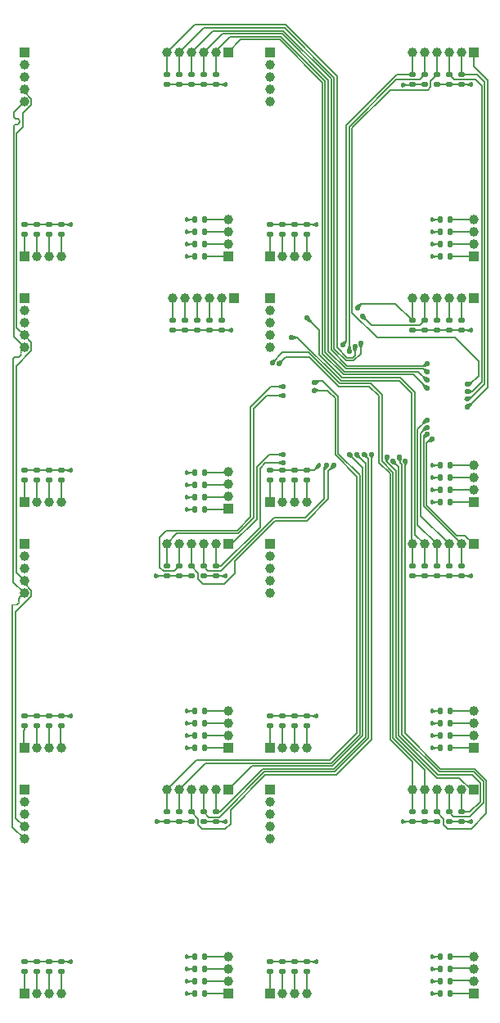
<source format=gtl>
%TF.GenerationSoftware,KiCad,Pcbnew,9.0.5-1.fc42*%
%TF.CreationDate,2025-12-02T14:18:43+01:00*%
%TF.ProjectId,Sub-Board,5375622d-426f-4617-9264-2e6b69636164,2*%
%TF.SameCoordinates,Original*%
%TF.FileFunction,Copper,L1,Top*%
%TF.FilePolarity,Positive*%
%FSLAX46Y46*%
G04 Gerber Fmt 4.6, Leading zero omitted, Abs format (unit mm)*
G04 Created by KiCad (PCBNEW 9.0.5-1.fc42) date 2025-12-02 14:18:43*
%MOMM*%
%LPD*%
G01*
G04 APERTURE LIST*
G04 Aperture macros list*
%AMRoundRect*
0 Rectangle with rounded corners*
0 $1 Rounding radius*
0 $2 $3 $4 $5 $6 $7 $8 $9 X,Y pos of 4 corners*
0 Add a 4 corners polygon primitive as box body*
4,1,4,$2,$3,$4,$5,$6,$7,$8,$9,$2,$3,0*
0 Add four circle primitives for the rounded corners*
1,1,$1+$1,$2,$3*
1,1,$1+$1,$4,$5*
1,1,$1+$1,$6,$7*
1,1,$1+$1,$8,$9*
0 Add four rect primitives between the rounded corners*
20,1,$1+$1,$2,$3,$4,$5,0*
20,1,$1+$1,$4,$5,$6,$7,0*
20,1,$1+$1,$6,$7,$8,$9,0*
20,1,$1+$1,$8,$9,$2,$3,0*%
G04 Aperture macros list end*
%TA.AperFunction,SMDPad,CuDef*%
%ADD10RoundRect,0.135000X0.185000X-0.135000X0.185000X0.135000X-0.185000X0.135000X-0.185000X-0.135000X0*%
%TD*%
%TA.AperFunction,SMDPad,CuDef*%
%ADD11RoundRect,0.135000X-0.135000X-0.185000X0.135000X-0.185000X0.135000X0.185000X-0.135000X0.185000X0*%
%TD*%
%TA.AperFunction,SMDPad,CuDef*%
%ADD12RoundRect,0.135000X-0.185000X0.135000X-0.185000X-0.135000X0.185000X-0.135000X0.185000X0.135000X0*%
%TD*%
%TA.AperFunction,SMDPad,CuDef*%
%ADD13RoundRect,0.135000X0.135000X0.185000X-0.135000X0.185000X-0.135000X-0.185000X0.135000X-0.185000X0*%
%TD*%
%TA.AperFunction,ComponentPad*%
%ADD14R,1.000000X1.000000*%
%TD*%
%TA.AperFunction,ComponentPad*%
%ADD15C,1.000000*%
%TD*%
%TA.AperFunction,ViaPad*%
%ADD16C,0.457200*%
%TD*%
%TA.AperFunction,ViaPad*%
%ADD17C,0.553200*%
%TD*%
%TA.AperFunction,Conductor*%
%ADD18C,0.177800*%
%TD*%
%TA.AperFunction,Conductor*%
%ADD19C,0.152400*%
%TD*%
G04 APERTURE END LIST*
D10*
%TO.P,R113,1*%
%TO.N,GND*%
X147701000Y-74680000D03*
%TO.P,R113,2*%
%TO.N,/STM32-MCU/Slot3.B*%
X147701000Y-73660000D03*
%TD*%
D11*
%TO.P,R78,1*%
%TO.N,/Board Address/+3.3V Digital*%
X121412000Y-140716000D03*
%TO.P,R78,2*%
%TO.N,/STM32-MCU/Slot6.Addr2*%
X122432000Y-140716000D03*
%TD*%
D12*
%TO.P,R66,1*%
%TO.N,GND*%
X130429000Y-63754000D03*
%TO.P,R66,2*%
%TO.N,/STM32-MCU/Slot1.Typ1*%
X130429000Y-64774000D03*
%TD*%
D10*
%TO.P,R73,1*%
%TO.N,GND*%
X143891000Y-100080000D03*
%TO.P,R73,2*%
%TO.N,/STM32-MCU/Slot5.A0*%
X143891000Y-99060000D03*
%TD*%
%TO.P,R99,1*%
%TO.N,GND*%
X118491000Y-125480000D03*
%TO.P,R99,2*%
%TO.N,/STM32-MCU/Slot6.A0*%
X118491000Y-124460000D03*
%TD*%
D12*
%TO.P,R67,1*%
%TO.N,GND*%
X131699000Y-63754000D03*
%TO.P,R67,2*%
%TO.N,/STM32-MCU/Slot1.Typ2*%
X131699000Y-64774000D03*
%TD*%
D13*
%TO.P,R57,1*%
%TO.N,/STM32-MCU/Slot1.Addr3*%
X147832000Y-63246000D03*
%TO.P,R57,2*%
%TO.N,GND*%
X146812000Y-63246000D03*
%TD*%
D14*
%TO.P,J33,1,Pin_1*%
%TO.N,/STM32-MCU/Slot7.LED*%
X150240000Y-122175000D03*
D15*
%TO.P,J33,2,Pin_2*%
%TO.N,/STM32-MCU/Slot7.C*%
X148970000Y-122175000D03*
%TO.P,J33,3,Pin_3*%
%TO.N,/STM32-MCU/Slot7.B*%
X147700000Y-122175000D03*
%TO.P,J33,4,Pin_4*%
%TO.N,/STM32-MCU/Slot7.A*%
X146430000Y-122175000D03*
%TO.P,J33,5,Pin_5*%
%TO.N,/STM32-MCU/Slot7.A1*%
X145160000Y-122175000D03*
%TO.P,J33,6,Pin_6*%
%TO.N,/STM32-MCU/Slot7.A0*%
X143890000Y-122175000D03*
%TD*%
D10*
%TO.P,R64,1*%
%TO.N,GND*%
X143891000Y-49280000D03*
%TO.P,R64,2*%
%TO.N,/STM32-MCU/Slot1.A0*%
X143891000Y-48260000D03*
%TD*%
D12*
%TO.P,R39,1*%
%TO.N,GND*%
X103759000Y-63750000D03*
%TO.P,R39,2*%
%TO.N,/STM32-MCU/Slot0.Typ0*%
X103759000Y-64770000D03*
%TD*%
D10*
%TO.P,R60,1*%
%TO.N,GND*%
X148971000Y-49280000D03*
%TO.P,R60,2*%
%TO.N,/STM32-MCU/Slot1.C*%
X148971000Y-48260000D03*
%TD*%
%TO.P,R46,1*%
%TO.N,GND*%
X119761000Y-100080000D03*
%TO.P,R46,2*%
%TO.N,/STM32-MCU/Slot4.A1*%
X119761000Y-99060000D03*
%TD*%
%TO.P,R114,1*%
%TO.N,GND*%
X146431000Y-74680000D03*
%TO.P,R114,2*%
%TO.N,/STM32-MCU/Slot3.A*%
X146431000Y-73660000D03*
%TD*%
%TO.P,R37,1*%
%TO.N,GND*%
X119761000Y-49280000D03*
%TO.P,R37,2*%
%TO.N,/STM32-MCU/Slot0.A1*%
X119761000Y-48260000D03*
%TD*%
%TO.P,R86,1*%
%TO.N,GND*%
X124206000Y-74678000D03*
%TO.P,R86,2*%
%TO.N,/STM32-MCU/Slot2.C*%
X124206000Y-73658000D03*
%TD*%
%TO.P,R88,1*%
%TO.N,GND*%
X121666000Y-74678000D03*
%TO.P,R88,2*%
%TO.N,/STM32-MCU/Slot2.A*%
X121666000Y-73658000D03*
%TD*%
%TO.P,R70,1*%
%TO.N,GND*%
X147701000Y-100080000D03*
%TO.P,R70,2*%
%TO.N,/STM32-MCU/Slot5.B*%
X147701000Y-99060000D03*
%TD*%
%TO.P,R87,1*%
%TO.N,GND*%
X122936000Y-74678000D03*
%TO.P,R87,2*%
%TO.N,/STM32-MCU/Slot2.B*%
X122936000Y-73658000D03*
%TD*%
D14*
%TO.P,J31,1,Pin_1*%
%TO.N,/STM32-MCU/Slot3.LED*%
X150240000Y-71375000D03*
D15*
%TO.P,J31,2,Pin_2*%
%TO.N,/STM32-MCU/Slot3.C*%
X148970000Y-71375000D03*
%TO.P,J31,3,Pin_3*%
%TO.N,/STM32-MCU/Slot3.B*%
X147700000Y-71375000D03*
%TO.P,J31,4,Pin_4*%
%TO.N,/STM32-MCU/Slot3.A*%
X146430000Y-71375000D03*
%TO.P,J31,5,Pin_5*%
%TO.N,/STM32-MCU/Slot3.A1*%
X145160000Y-71375000D03*
%TO.P,J31,6,Pin_6*%
%TO.N,/STM32-MCU/Slot3.A0*%
X143890000Y-71375000D03*
%TD*%
D14*
%TO.P,J21,1,Pin_1*%
%TO.N,/Board Address/+3.3V Digital*%
X103760000Y-122175000D03*
D15*
%TO.P,J21,2,Pin_2*%
%TO.N,/Power Supply/AREF*%
X103760000Y-123445000D03*
%TO.P,J21,3,Pin_3*%
%TO.N,GND*%
X103760000Y-124715000D03*
%TO.P,J21,4,Pin_4*%
%TO.N,/STM32-MCU/SlotBus.Data*%
X103760000Y-125985000D03*
%TO.P,J21,5,Pin_5*%
%TO.N,/STM32-MCU/SlotBus.Clock*%
X103760000Y-127255000D03*
%TD*%
D13*
%TO.P,R29,1*%
%TO.N,/STM32-MCU/Slot0.Addr2*%
X122432000Y-64516000D03*
%TO.P,R29,2*%
%TO.N,GND*%
X121412000Y-64516000D03*
%TD*%
D10*
%TO.P,R72,1*%
%TO.N,GND*%
X145161000Y-100078000D03*
%TO.P,R72,2*%
%TO.N,/STM32-MCU/Slot5.A1*%
X145161000Y-99058000D03*
%TD*%
%TO.P,R112,1*%
%TO.N,GND*%
X148971000Y-74680000D03*
%TO.P,R112,2*%
%TO.N,/STM32-MCU/Slot3.C*%
X148971000Y-73660000D03*
%TD*%
%TO.P,R95,1*%
%TO.N,GND*%
X123571000Y-125482000D03*
%TO.P,R95,2*%
%TO.N,/STM32-MCU/Slot6.C*%
X123571000Y-124462000D03*
%TD*%
%TO.P,R121,1*%
%TO.N,GND*%
X148971000Y-125480000D03*
%TO.P,R121,2*%
%TO.N,/STM32-MCU/Slot7.C*%
X148971000Y-124460000D03*
%TD*%
D13*
%TO.P,R55,1*%
%TO.N,/STM32-MCU/Slot1.Addr1*%
X147830000Y-65786000D03*
%TO.P,R55,2*%
%TO.N,GND*%
X146810000Y-65786000D03*
%TD*%
D10*
%TO.P,R34,1*%
%TO.N,GND*%
X123571000Y-49280000D03*
%TO.P,R34,2*%
%TO.N,/STM32-MCU/Slot0.C*%
X123571000Y-48260000D03*
%TD*%
%TO.P,R125,1*%
%TO.N,GND*%
X143891000Y-125480000D03*
%TO.P,R125,2*%
%TO.N,/STM32-MCU/Slot7.A0*%
X143891000Y-124460000D03*
%TD*%
D11*
%TO.P,R107,1*%
%TO.N,/Board Address/+3.3V Digital*%
X146812000Y-92456000D03*
%TO.P,R107,2*%
%TO.N,/STM32-MCU/Slot3.Addr0*%
X147832000Y-92456000D03*
%TD*%
D10*
%TO.P,R96,1*%
%TO.N,GND*%
X122301000Y-125480000D03*
%TO.P,R96,2*%
%TO.N,/STM32-MCU/Slot6.B*%
X122301000Y-124460000D03*
%TD*%
D14*
%TO.P,J4,1,Pin_1*%
%TO.N,/STM32-MCU/Slot0.Addr0*%
X124840000Y-67055000D03*
D15*
%TO.P,J4,2,Pin_2*%
%TO.N,/STM32-MCU/Slot0.Addr1*%
X124840000Y-65785000D03*
%TO.P,J4,3,Pin_3*%
%TO.N,/STM32-MCU/Slot0.Addr2*%
X124840000Y-64515000D03*
%TO.P,J4,4,Pin_4*%
%TO.N,/STM32-MCU/Slot0.Addr3*%
X124840000Y-63245000D03*
%TD*%
D12*
%TO.P,R119,1*%
%TO.N,GND*%
X131699000Y-89154000D03*
%TO.P,R119,2*%
%TO.N,/STM32-MCU/Slot3.Typ2*%
X131699000Y-90174000D03*
%TD*%
D10*
%TO.P,R38,1*%
%TO.N,GND*%
X118491000Y-49280000D03*
%TO.P,R38,2*%
%TO.N,/STM32-MCU/Slot0.A0*%
X118491000Y-48260000D03*
%TD*%
D13*
%TO.P,R85,1*%
%TO.N,/STM32-MCU/Slot6.Addr3*%
X122432000Y-139446000D03*
%TO.P,R85,2*%
%TO.N,GND*%
X121412000Y-139446000D03*
%TD*%
%TO.P,R32,1*%
%TO.N,/STM32-MCU/Slot4.Addr1*%
X122432000Y-116586000D03*
%TO.P,R32,2*%
%TO.N,GND*%
X121412000Y-116586000D03*
%TD*%
D10*
%TO.P,R63,1*%
%TO.N,GND*%
X145161000Y-49280000D03*
%TO.P,R63,2*%
%TO.N,/STM32-MCU/Slot1.A1*%
X145161000Y-48260000D03*
%TD*%
D14*
%TO.P,J12,1,Pin_1*%
%TO.N,/STM32-MCU/Slot1.Addr0*%
X150240000Y-67055000D03*
D15*
%TO.P,J12,2,Pin_2*%
%TO.N,/STM32-MCU/Slot1.Addr1*%
X150240000Y-65785000D03*
%TO.P,J12,3,Pin_3*%
%TO.N,/STM32-MCU/Slot1.Addr2*%
X150240000Y-64515000D03*
%TO.P,J12,4,Pin_4*%
%TO.N,/STM32-MCU/Slot1.Addr3*%
X150240000Y-63245000D03*
%TD*%
D13*
%TO.P,R31,1*%
%TO.N,/STM32-MCU/Slot4.Addr0*%
X122432000Y-117856000D03*
%TO.P,R31,2*%
%TO.N,GND*%
X121412000Y-117856000D03*
%TD*%
%TO.P,R56,1*%
%TO.N,/STM32-MCU/Slot1.Addr2*%
X147830000Y-64516000D03*
%TO.P,R56,2*%
%TO.N,GND*%
X146810000Y-64516000D03*
%TD*%
%TO.P,R83,1*%
%TO.N,/STM32-MCU/Slot2.Addr3*%
X122430000Y-89408000D03*
%TO.P,R83,2*%
%TO.N,GND*%
X121410000Y-89408000D03*
%TD*%
D12*
%TO.P,R42,1*%
%TO.N,GND*%
X107569000Y-63750000D03*
%TO.P,R42,2*%
%TO.N,/STM32-MCU/Slot0.Typ3*%
X107569000Y-64770000D03*
%TD*%
%TO.P,R49,1*%
%TO.N,GND*%
X105029000Y-114554000D03*
%TO.P,R49,2*%
%TO.N,/STM32-MCU/Slot4.Typ1*%
X105029000Y-115574000D03*
%TD*%
D13*
%TO.P,R82,1*%
%TO.N,/STM32-MCU/Slot2.Addr2*%
X122430000Y-90678000D03*
%TO.P,R82,2*%
%TO.N,GND*%
X121410000Y-90678000D03*
%TD*%
D12*
%TO.P,R65,1*%
%TO.N,GND*%
X129159000Y-63754000D03*
%TO.P,R65,2*%
%TO.N,/STM32-MCU/Slot1.Typ0*%
X129159000Y-64774000D03*
%TD*%
D13*
%TO.P,R111,1*%
%TO.N,/STM32-MCU/Slot7.Addr3*%
X147832000Y-139446000D03*
%TO.P,R111,2*%
%TO.N,GND*%
X146812000Y-139446000D03*
%TD*%
D10*
%TO.P,R123,1*%
%TO.N,GND*%
X146431000Y-125480000D03*
%TO.P,R123,2*%
%TO.N,/STM32-MCU/Slot7.A*%
X146431000Y-124460000D03*
%TD*%
D14*
%TO.P,J25,1,Pin_1*%
%TO.N,/STM32-MCU/Slot6.LED*%
X124840000Y-122175000D03*
D15*
%TO.P,J25,2,Pin_2*%
%TO.N,/STM32-MCU/Slot6.C*%
X123570000Y-122175000D03*
%TO.P,J25,3,Pin_3*%
%TO.N,/STM32-MCU/Slot6.B*%
X122300000Y-122175000D03*
%TO.P,J25,4,Pin_4*%
%TO.N,/STM32-MCU/Slot6.A*%
X121030000Y-122175000D03*
%TO.P,J25,5,Pin_5*%
%TO.N,/STM32-MCU/Slot6.A1*%
X119760000Y-122175000D03*
%TO.P,J25,6,Pin_6*%
%TO.N,/STM32-MCU/Slot6.A0*%
X118490000Y-122175000D03*
%TD*%
D10*
%TO.P,R61,1*%
%TO.N,GND*%
X147701000Y-49278000D03*
%TO.P,R61,2*%
%TO.N,/STM32-MCU/Slot1.B*%
X147701000Y-48258000D03*
%TD*%
D11*
%TO.P,R108,1*%
%TO.N,/Board Address/+3.3V Digital*%
X146810000Y-143256000D03*
%TO.P,R108,2*%
%TO.N,/STM32-MCU/Slot7.Addr0*%
X147830000Y-143256000D03*
%TD*%
%TO.P,R52,1*%
%TO.N,/Board Address/+3.3V Digital*%
X146812000Y-115316000D03*
%TO.P,R52,2*%
%TO.N,/STM32-MCU/Slot5.Addr2*%
X147832000Y-115316000D03*
%TD*%
D14*
%TO.P,J34,1,Pin_1*%
%TO.N,/STM32-MCU/Slot7.Typ0*%
X129160000Y-143255000D03*
D15*
%TO.P,J34,2,Pin_2*%
%TO.N,/STM32-MCU/Slot7.Typ1*%
X130430000Y-143255000D03*
%TO.P,J34,3,Pin_3*%
%TO.N,/STM32-MCU/Slot7.Typ2*%
X131700000Y-143255000D03*
%TO.P,J34,4,Pin_4*%
%TO.N,/STM32-MCU/Slot7.Typ3*%
X132970000Y-143255000D03*
%TD*%
D11*
%TO.P,R104,1*%
%TO.N,/Board Address/+3.3V Digital*%
X146810000Y-140716000D03*
%TO.P,R104,2*%
%TO.N,/STM32-MCU/Slot7.Addr2*%
X147830000Y-140716000D03*
%TD*%
D10*
%TO.P,R97,1*%
%TO.N,GND*%
X121031000Y-125480000D03*
%TO.P,R97,2*%
%TO.N,/STM32-MCU/Slot6.A*%
X121031000Y-124460000D03*
%TD*%
%TO.P,R35,1*%
%TO.N,GND*%
X122301000Y-49280000D03*
%TO.P,R35,2*%
%TO.N,/STM32-MCU/Slot0.B*%
X122301000Y-48260000D03*
%TD*%
D14*
%TO.P,J3,1,Pin_1*%
%TO.N,/Board Address/+3.3V Digital*%
X103760000Y-45975000D03*
D15*
%TO.P,J3,2,Pin_2*%
%TO.N,/Power Supply/AREF*%
X103760000Y-47245000D03*
%TO.P,J3,3,Pin_3*%
%TO.N,GND*%
X103760000Y-48515000D03*
%TO.P,J3,4,Pin_4*%
%TO.N,/STM32-MCU/SlotBus.Data*%
X103760000Y-49785000D03*
%TO.P,J3,5,Pin_5*%
%TO.N,/STM32-MCU/SlotBus.Clock*%
X103760000Y-51055000D03*
%TD*%
D14*
%TO.P,J10,1,Pin_1*%
%TO.N,/STM32-MCU/Slot4.Typ0*%
X103760000Y-117855000D03*
D15*
%TO.P,J10,2,Pin_2*%
%TO.N,/STM32-MCU/Slot4.Typ1*%
X105030000Y-117855000D03*
%TO.P,J10,3,Pin_3*%
%TO.N,/STM32-MCU/Slot4.Typ2*%
X106300000Y-117855000D03*
%TO.P,J10,4,Pin_4*%
%TO.N,/STM32-MCU/Slot4.Typ3*%
X107570000Y-117855000D03*
%TD*%
D12*
%TO.P,R51,1*%
%TO.N,GND*%
X107569000Y-114554000D03*
%TO.P,R51,2*%
%TO.N,/STM32-MCU/Slot4.Typ3*%
X107569000Y-115574000D03*
%TD*%
D14*
%TO.P,J29,1,Pin_1*%
%TO.N,/Board Address/+3.3V Digital*%
X129160000Y-122175000D03*
D15*
%TO.P,J29,2,Pin_2*%
%TO.N,/Power Supply/AREF*%
X129160000Y-123445000D03*
%TO.P,J29,3,Pin_3*%
%TO.N,GND*%
X129160000Y-124715000D03*
%TO.P,J29,4,Pin_4*%
%TO.N,/STM32-MCU/SlotBus.Data*%
X129160000Y-125985000D03*
%TO.P,J29,5,Pin_5*%
%TO.N,/STM32-MCU/SlotBus.Clock*%
X129160000Y-127255000D03*
%TD*%
D14*
%TO.P,J22,1,Pin_1*%
%TO.N,/STM32-MCU/Slot6.Addr0*%
X124840000Y-143255000D03*
D15*
%TO.P,J22,2,Pin_2*%
%TO.N,/STM32-MCU/Slot6.Addr1*%
X124840000Y-141985000D03*
%TO.P,J22,3,Pin_3*%
%TO.N,/STM32-MCU/Slot6.Addr2*%
X124840000Y-140715000D03*
%TO.P,J22,4,Pin_4*%
%TO.N,/STM32-MCU/Slot6.Addr3*%
X124840000Y-139445000D03*
%TD*%
D12*
%TO.P,R100,1*%
%TO.N,GND*%
X103759000Y-139954000D03*
%TO.P,R100,2*%
%TO.N,/STM32-MCU/Slot6.Typ0*%
X103759000Y-140974000D03*
%TD*%
%TO.P,R68,1*%
%TO.N,GND*%
X132969000Y-63754000D03*
%TO.P,R68,2*%
%TO.N,/STM32-MCU/Slot1.Typ3*%
X132969000Y-64774000D03*
%TD*%
%TO.P,R103,1*%
%TO.N,GND*%
X107569000Y-139954000D03*
%TO.P,R103,2*%
%TO.N,/STM32-MCU/Slot6.Typ3*%
X107569000Y-140974000D03*
%TD*%
D14*
%TO.P,J17,1,Pin_1*%
%TO.N,/STM32-MCU/Slot5.LED*%
X150240000Y-96775000D03*
D15*
%TO.P,J17,2,Pin_2*%
%TO.N,/STM32-MCU/Slot5.C*%
X148970000Y-96775000D03*
%TO.P,J17,3,Pin_3*%
%TO.N,/STM32-MCU/Slot5.B*%
X147700000Y-96775000D03*
%TO.P,J17,4,Pin_4*%
%TO.N,/STM32-MCU/Slot5.A*%
X146430000Y-96775000D03*
%TO.P,J17,5,Pin_5*%
%TO.N,/STM32-MCU/Slot5.A1*%
X145160000Y-96775000D03*
%TO.P,J17,6,Pin_6*%
%TO.N,/STM32-MCU/Slot5.A0*%
X143890000Y-96775000D03*
%TD*%
D14*
%TO.P,J18,1,Pin_1*%
%TO.N,/STM32-MCU/Slot5.Typ0*%
X129160000Y-117855000D03*
D15*
%TO.P,J18,2,Pin_2*%
%TO.N,/STM32-MCU/Slot5.Typ1*%
X130430000Y-117855000D03*
%TO.P,J18,3,Pin_3*%
%TO.N,/STM32-MCU/Slot5.Typ2*%
X131700000Y-117855000D03*
%TO.P,J18,4,Pin_4*%
%TO.N,/STM32-MCU/Slot5.Typ3*%
X132970000Y-117855000D03*
%TD*%
D13*
%TO.P,R27,1*%
%TO.N,/STM32-MCU/Slot0.Addr0*%
X122432000Y-67056000D03*
%TO.P,R27,2*%
%TO.N,GND*%
X121412000Y-67056000D03*
%TD*%
D12*
%TO.P,R92,1*%
%TO.N,GND*%
X105029000Y-89154000D03*
%TO.P,R92,2*%
%TO.N,/STM32-MCU/Slot2.Typ1*%
X105029000Y-90174000D03*
%TD*%
%TO.P,R127,1*%
%TO.N,GND*%
X130429000Y-139954000D03*
%TO.P,R127,2*%
%TO.N,/STM32-MCU/Slot7.Typ1*%
X130429000Y-140974000D03*
%TD*%
D14*
%TO.P,J30,1,Pin_1*%
%TO.N,/STM32-MCU/Slot7.Addr0*%
X150240000Y-143255000D03*
D15*
%TO.P,J30,2,Pin_2*%
%TO.N,/STM32-MCU/Slot7.Addr1*%
X150240000Y-141985000D03*
%TO.P,J30,3,Pin_3*%
%TO.N,/STM32-MCU/Slot7.Addr2*%
X150240000Y-140715000D03*
%TO.P,J30,4,Pin_4*%
%TO.N,/STM32-MCU/Slot7.Addr3*%
X150240000Y-139445000D03*
%TD*%
D14*
%TO.P,J28,1,Pin_1*%
%TO.N,/STM32-MCU/Slot3.Addr0*%
X150240000Y-92455000D03*
D15*
%TO.P,J28,2,Pin_2*%
%TO.N,/STM32-MCU/Slot3.Addr1*%
X150240000Y-91185000D03*
%TO.P,J28,3,Pin_3*%
%TO.N,/STM32-MCU/Slot3.Addr2*%
X150240000Y-89915000D03*
%TO.P,J28,4,Pin_4*%
%TO.N,/STM32-MCU/Slot3.Addr3*%
X150240000Y-88645000D03*
%TD*%
D12*
%TO.P,R102,1*%
%TO.N,GND*%
X106299000Y-139954000D03*
%TO.P,R102,2*%
%TO.N,/STM32-MCU/Slot6.Typ2*%
X106299000Y-140974000D03*
%TD*%
D13*
%TO.P,R59,1*%
%TO.N,/STM32-MCU/Slot5.Addr3*%
X147832000Y-114046000D03*
%TO.P,R59,2*%
%TO.N,GND*%
X146812000Y-114046000D03*
%TD*%
D11*
%TO.P,R79,1*%
%TO.N,/Board Address/+3.3V Digital*%
X121410000Y-91948000D03*
%TO.P,R79,2*%
%TO.N,/STM32-MCU/Slot2.Addr1*%
X122430000Y-91948000D03*
%TD*%
D10*
%TO.P,R45,1*%
%TO.N,GND*%
X121031000Y-100080000D03*
%TO.P,R45,2*%
%TO.N,/STM32-MCU/Slot4.A*%
X121031000Y-99060000D03*
%TD*%
D13*
%TO.P,R33,1*%
%TO.N,/STM32-MCU/Slot4.Addr3*%
X122432000Y-114046000D03*
%TO.P,R33,2*%
%TO.N,GND*%
X121412000Y-114046000D03*
%TD*%
D12*
%TO.P,R101,1*%
%TO.N,GND*%
X105029000Y-139954000D03*
%TO.P,R101,2*%
%TO.N,/STM32-MCU/Slot6.Typ1*%
X105029000Y-140974000D03*
%TD*%
%TO.P,R50,1*%
%TO.N,GND*%
X106299000Y-114554000D03*
%TO.P,R50,2*%
%TO.N,/STM32-MCU/Slot4.Typ2*%
X106299000Y-115574000D03*
%TD*%
D10*
%TO.P,R44,1*%
%TO.N,GND*%
X122301000Y-100080000D03*
%TO.P,R44,2*%
%TO.N,/STM32-MCU/Slot4.B*%
X122301000Y-99060000D03*
%TD*%
%TO.P,R116,1*%
%TO.N,GND*%
X143891000Y-74680000D03*
%TO.P,R116,2*%
%TO.N,/STM32-MCU/Slot3.A0*%
X143891000Y-73660000D03*
%TD*%
D12*
%TO.P,R129,1*%
%TO.N,GND*%
X132969000Y-139954000D03*
%TO.P,R129,2*%
%TO.N,/STM32-MCU/Slot7.Typ3*%
X132969000Y-140974000D03*
%TD*%
D13*
%TO.P,R58,1*%
%TO.N,/STM32-MCU/Slot5.Addr1*%
X147832000Y-116586000D03*
%TO.P,R58,2*%
%TO.N,GND*%
X146812000Y-116586000D03*
%TD*%
%TO.P,R81,1*%
%TO.N,/STM32-MCU/Slot2.Addr0*%
X122430000Y-93218000D03*
%TO.P,R81,2*%
%TO.N,GND*%
X121410000Y-93218000D03*
%TD*%
%TO.P,R84,1*%
%TO.N,/STM32-MCU/Slot6.Addr0*%
X122432000Y-143256000D03*
%TO.P,R84,2*%
%TO.N,GND*%
X121412000Y-143256000D03*
%TD*%
D12*
%TO.P,R48,1*%
%TO.N,GND*%
X103759000Y-114554000D03*
%TO.P,R48,2*%
%TO.N,/STM32-MCU/Slot4.Typ0*%
X103759000Y-115574000D03*
%TD*%
D10*
%TO.P,R115,1*%
%TO.N,GND*%
X145161000Y-74680000D03*
%TO.P,R115,2*%
%TO.N,/STM32-MCU/Slot3.A1*%
X145161000Y-73660000D03*
%TD*%
%TO.P,R47,1*%
%TO.N,GND*%
X118491000Y-100080000D03*
%TO.P,R47,2*%
%TO.N,/STM32-MCU/Slot4.A0*%
X118491000Y-99060000D03*
%TD*%
%TO.P,R89,1*%
%TO.N,GND*%
X120396000Y-74678000D03*
%TO.P,R89,2*%
%TO.N,/STM32-MCU/Slot2.A1*%
X120396000Y-73658000D03*
%TD*%
D13*
%TO.P,R110,1*%
%TO.N,/STM32-MCU/Slot3.Addr3*%
X147832000Y-88646000D03*
%TO.P,R110,2*%
%TO.N,GND*%
X146812000Y-88646000D03*
%TD*%
D14*
%TO.P,J19,1,Pin_1*%
%TO.N,/Board Address/+3.3V Digital*%
X103760000Y-71375000D03*
D15*
%TO.P,J19,2,Pin_2*%
%TO.N,/Power Supply/AREF*%
X103760000Y-72645000D03*
%TO.P,J19,3,Pin_3*%
%TO.N,GND*%
X103760000Y-73915000D03*
%TO.P,J19,4,Pin_4*%
%TO.N,/STM32-MCU/SlotBus.Data*%
X103760000Y-75185000D03*
%TO.P,J19,5,Pin_5*%
%TO.N,/STM32-MCU/SlotBus.Clock*%
X103760000Y-76455000D03*
%TD*%
D11*
%TO.P,R105,1*%
%TO.N,/Board Address/+3.3V Digital*%
X146812000Y-91186000D03*
%TO.P,R105,2*%
%TO.N,/STM32-MCU/Slot3.Addr1*%
X147832000Y-91186000D03*
%TD*%
D14*
%TO.P,J5,1,Pin_1*%
%TO.N,/Board Address/+3.3V Digital*%
X103760000Y-96775000D03*
D15*
%TO.P,J5,2,Pin_2*%
%TO.N,/Power Supply/AREF*%
X103760000Y-98045000D03*
%TO.P,J5,3,Pin_3*%
%TO.N,GND*%
X103760000Y-99315000D03*
%TO.P,J5,4,Pin_4*%
%TO.N,/STM32-MCU/SlotBus.Data*%
X103760000Y-100585000D03*
%TO.P,J5,5,Pin_5*%
%TO.N,/STM32-MCU/SlotBus.Clock*%
X103760000Y-101855000D03*
%TD*%
D14*
%TO.P,J26,1,Pin_1*%
%TO.N,/STM32-MCU/Slot6.Typ0*%
X103760000Y-143255000D03*
D15*
%TO.P,J26,2,Pin_2*%
%TO.N,/STM32-MCU/Slot6.Typ1*%
X105030000Y-143255000D03*
%TO.P,J26,3,Pin_3*%
%TO.N,/STM32-MCU/Slot6.Typ2*%
X106300000Y-143255000D03*
%TO.P,J26,4,Pin_4*%
%TO.N,/STM32-MCU/Slot6.Typ3*%
X107570000Y-143255000D03*
%TD*%
D10*
%TO.P,R36,1*%
%TO.N,GND*%
X121031000Y-49280000D03*
%TO.P,R36,2*%
%TO.N,/STM32-MCU/Slot0.A*%
X121031000Y-48260000D03*
%TD*%
D12*
%TO.P,R128,1*%
%TO.N,GND*%
X131699000Y-139954000D03*
%TO.P,R128,2*%
%TO.N,/STM32-MCU/Slot7.Typ2*%
X131699000Y-140974000D03*
%TD*%
%TO.P,R93,1*%
%TO.N,GND*%
X106299000Y-89154000D03*
%TO.P,R93,2*%
%TO.N,/STM32-MCU/Slot2.Typ2*%
X106299000Y-90174000D03*
%TD*%
%TO.P,R76,1*%
%TO.N,GND*%
X131699000Y-114554000D03*
%TO.P,R76,2*%
%TO.N,/STM32-MCU/Slot5.Typ2*%
X131699000Y-115574000D03*
%TD*%
D13*
%TO.P,R28,1*%
%TO.N,/STM32-MCU/Slot0.Addr1*%
X122432000Y-65786000D03*
%TO.P,R28,2*%
%TO.N,GND*%
X121412000Y-65786000D03*
%TD*%
D12*
%TO.P,R118,1*%
%TO.N,GND*%
X130429000Y-89154000D03*
%TO.P,R118,2*%
%TO.N,/STM32-MCU/Slot3.Typ1*%
X130429000Y-90174000D03*
%TD*%
D10*
%TO.P,R71,1*%
%TO.N,GND*%
X146431000Y-100078000D03*
%TO.P,R71,2*%
%TO.N,/STM32-MCU/Slot5.A*%
X146431000Y-99058000D03*
%TD*%
%TO.P,R122,1*%
%TO.N,GND*%
X147701000Y-125480000D03*
%TO.P,R122,2*%
%TO.N,/STM32-MCU/Slot7.B*%
X147701000Y-124460000D03*
%TD*%
D12*
%TO.P,R91,1*%
%TO.N,GND*%
X103759000Y-89154000D03*
%TO.P,R91,2*%
%TO.N,/STM32-MCU/Slot2.Typ0*%
X103759000Y-90174000D03*
%TD*%
%TO.P,R74,1*%
%TO.N,GND*%
X129159000Y-114554000D03*
%TO.P,R74,2*%
%TO.N,/STM32-MCU/Slot5.Typ0*%
X129159000Y-115574000D03*
%TD*%
D14*
%TO.P,J23,1,Pin_1*%
%TO.N,/STM32-MCU/Slot2.LED*%
X125490000Y-71375000D03*
D15*
%TO.P,J23,2,Pin_2*%
%TO.N,/STM32-MCU/Slot2.C*%
X124220000Y-71375000D03*
%TO.P,J23,3,Pin_3*%
%TO.N,/STM32-MCU/Slot2.B*%
X122950000Y-71375000D03*
%TO.P,J23,4,Pin_4*%
%TO.N,/STM32-MCU/Slot2.A*%
X121680000Y-71375000D03*
%TO.P,J23,5,Pin_5*%
%TO.N,/STM32-MCU/Slot2.A1*%
X120410000Y-71375000D03*
%TO.P,J23,6,Pin_6*%
%TO.N,/STM32-MCU/Slot2.A0*%
X119140000Y-71375000D03*
%TD*%
D10*
%TO.P,R124,1*%
%TO.N,GND*%
X145161000Y-125480000D03*
%TO.P,R124,2*%
%TO.N,/STM32-MCU/Slot7.A1*%
X145161000Y-124460000D03*
%TD*%
D11*
%TO.P,R53,1*%
%TO.N,/Board Address/+3.3V Digital*%
X146810000Y-67056000D03*
%TO.P,R53,2*%
%TO.N,/STM32-MCU/Slot1.Addr0*%
X147830000Y-67056000D03*
%TD*%
D14*
%TO.P,J14,1,Pin_1*%
%TO.N,/STM32-MCU/Slot5.Addr0*%
X150240000Y-117855000D03*
D15*
%TO.P,J14,2,Pin_2*%
%TO.N,/STM32-MCU/Slot5.Addr1*%
X150240000Y-116585000D03*
%TO.P,J14,3,Pin_3*%
%TO.N,/STM32-MCU/Slot5.Addr2*%
X150240000Y-115315000D03*
%TO.P,J14,4,Pin_4*%
%TO.N,/STM32-MCU/Slot5.Addr3*%
X150240000Y-114045000D03*
%TD*%
D14*
%TO.P,J15,1,Pin_1*%
%TO.N,/STM32-MCU/Slot1.LED*%
X150240000Y-45975000D03*
D15*
%TO.P,J15,2,Pin_2*%
%TO.N,/STM32-MCU/Slot1.C*%
X148970000Y-45975000D03*
%TO.P,J15,3,Pin_3*%
%TO.N,/STM32-MCU/Slot1.B*%
X147700000Y-45975000D03*
%TO.P,J15,4,Pin_4*%
%TO.N,/STM32-MCU/Slot1.A*%
X146430000Y-45975000D03*
%TO.P,J15,5,Pin_5*%
%TO.N,/STM32-MCU/Slot1.A1*%
X145160000Y-45975000D03*
%TO.P,J15,6,Pin_6*%
%TO.N,/STM32-MCU/Slot1.A0*%
X143890000Y-45975000D03*
%TD*%
D10*
%TO.P,R62,1*%
%TO.N,GND*%
X146431000Y-49278000D03*
%TO.P,R62,2*%
%TO.N,/STM32-MCU/Slot1.A*%
X146431000Y-48258000D03*
%TD*%
%TO.P,R43,1*%
%TO.N,GND*%
X123571000Y-100080000D03*
%TO.P,R43,2*%
%TO.N,/STM32-MCU/Slot4.C*%
X123571000Y-99060000D03*
%TD*%
D14*
%TO.P,J32,1,Pin_1*%
%TO.N,/STM32-MCU/Slot3.Typ0*%
X129160000Y-92455000D03*
D15*
%TO.P,J32,2,Pin_2*%
%TO.N,/STM32-MCU/Slot3.Typ1*%
X130430000Y-92455000D03*
%TO.P,J32,3,Pin_3*%
%TO.N,/STM32-MCU/Slot3.Typ2*%
X131700000Y-92455000D03*
%TO.P,J32,4,Pin_4*%
%TO.N,/STM32-MCU/Slot3.Typ3*%
X132970000Y-92455000D03*
%TD*%
D14*
%TO.P,J9,1,Pin_1*%
%TO.N,/STM32-MCU/Slot4.LED*%
X124840000Y-96775000D03*
D15*
%TO.P,J9,2,Pin_2*%
%TO.N,/STM32-MCU/Slot4.C*%
X123570000Y-96775000D03*
%TO.P,J9,3,Pin_3*%
%TO.N,/STM32-MCU/Slot4.B*%
X122300000Y-96775000D03*
%TO.P,J9,4,Pin_4*%
%TO.N,/STM32-MCU/Slot4.A*%
X121030000Y-96775000D03*
%TO.P,J9,5,Pin_5*%
%TO.N,/STM32-MCU/Slot4.A1*%
X119760000Y-96775000D03*
%TO.P,J9,6,Pin_6*%
%TO.N,/STM32-MCU/Slot4.A0*%
X118490000Y-96775000D03*
%TD*%
D12*
%TO.P,R126,1*%
%TO.N,GND*%
X129159000Y-139954000D03*
%TO.P,R126,2*%
%TO.N,/STM32-MCU/Slot7.Typ0*%
X129159000Y-140974000D03*
%TD*%
D14*
%TO.P,J6,1,Pin_1*%
%TO.N,/STM32-MCU/Slot4.Addr0*%
X124840000Y-117855000D03*
D15*
%TO.P,J6,2,Pin_2*%
%TO.N,/STM32-MCU/Slot4.Addr1*%
X124840000Y-116585000D03*
%TO.P,J6,3,Pin_3*%
%TO.N,/STM32-MCU/Slot4.Addr2*%
X124840000Y-115315000D03*
%TO.P,J6,4,Pin_4*%
%TO.N,/STM32-MCU/Slot4.Addr3*%
X124840000Y-114045000D03*
%TD*%
D11*
%TO.P,R54,1*%
%TO.N,/Board Address/+3.3V Digital*%
X146812000Y-117856000D03*
%TO.P,R54,2*%
%TO.N,/STM32-MCU/Slot5.Addr0*%
X147832000Y-117856000D03*
%TD*%
D14*
%TO.P,J13,1,Pin_1*%
%TO.N,/Board Address/+3.3V Digital*%
X129160000Y-96775000D03*
D15*
%TO.P,J13,2,Pin_2*%
%TO.N,/Power Supply/AREF*%
X129160000Y-98045000D03*
%TO.P,J13,3,Pin_3*%
%TO.N,GND*%
X129160000Y-99315000D03*
%TO.P,J13,4,Pin_4*%
%TO.N,/STM32-MCU/SlotBus.Data*%
X129160000Y-100585000D03*
%TO.P,J13,5,Pin_5*%
%TO.N,/STM32-MCU/SlotBus.Clock*%
X129160000Y-101855000D03*
%TD*%
D14*
%TO.P,J11,1,Pin_1*%
%TO.N,/Board Address/+3.3V Digital*%
X129160000Y-45975000D03*
D15*
%TO.P,J11,2,Pin_2*%
%TO.N,/Power Supply/AREF*%
X129160000Y-47245000D03*
%TO.P,J11,3,Pin_3*%
%TO.N,GND*%
X129160000Y-48515000D03*
%TO.P,J11,4,Pin_4*%
%TO.N,/STM32-MCU/SlotBus.Data*%
X129160000Y-49785000D03*
%TO.P,J11,5,Pin_5*%
%TO.N,/STM32-MCU/SlotBus.Clock*%
X129160000Y-51055000D03*
%TD*%
D12*
%TO.P,R94,1*%
%TO.N,GND*%
X107569000Y-89154000D03*
%TO.P,R94,2*%
%TO.N,/STM32-MCU/Slot2.Typ3*%
X107569000Y-90174000D03*
%TD*%
D10*
%TO.P,R90,1*%
%TO.N,GND*%
X119126000Y-74678000D03*
%TO.P,R90,2*%
%TO.N,/STM32-MCU/Slot2.A0*%
X119126000Y-73658000D03*
%TD*%
D13*
%TO.P,R30,1*%
%TO.N,/STM32-MCU/Slot0.Addr3*%
X122432000Y-63246000D03*
%TO.P,R30,2*%
%TO.N,GND*%
X121412000Y-63246000D03*
%TD*%
D12*
%TO.P,R117,1*%
%TO.N,GND*%
X129159000Y-89154000D03*
%TO.P,R117,2*%
%TO.N,/STM32-MCU/Slot3.Typ0*%
X129159000Y-90174000D03*
%TD*%
D14*
%TO.P,J8,1,Pin_1*%
%TO.N,/STM32-MCU/Slot0.Typ0*%
X103760000Y-67055000D03*
D15*
%TO.P,J8,2,Pin_2*%
%TO.N,/STM32-MCU/Slot0.Typ1*%
X105030000Y-67055000D03*
%TO.P,J8,3,Pin_3*%
%TO.N,/STM32-MCU/Slot0.Typ2*%
X106300000Y-67055000D03*
%TO.P,J8,4,Pin_4*%
%TO.N,/STM32-MCU/Slot0.Typ3*%
X107570000Y-67055000D03*
%TD*%
D11*
%TO.P,R106,1*%
%TO.N,/Board Address/+3.3V Digital*%
X146810000Y-141986000D03*
%TO.P,R106,2*%
%TO.N,/STM32-MCU/Slot7.Addr1*%
X147830000Y-141986000D03*
%TD*%
D10*
%TO.P,R98,1*%
%TO.N,GND*%
X119761000Y-125480000D03*
%TO.P,R98,2*%
%TO.N,/STM32-MCU/Slot6.A1*%
X119761000Y-124460000D03*
%TD*%
D14*
%TO.P,J24,1,Pin_1*%
%TO.N,/STM32-MCU/Slot2.Typ0*%
X103760000Y-92455000D03*
D15*
%TO.P,J24,2,Pin_2*%
%TO.N,/STM32-MCU/Slot2.Typ1*%
X105030000Y-92455000D03*
%TO.P,J24,3,Pin_3*%
%TO.N,/STM32-MCU/Slot2.Typ2*%
X106300000Y-92455000D03*
%TO.P,J24,4,Pin_4*%
%TO.N,/STM32-MCU/Slot2.Typ3*%
X107570000Y-92455000D03*
%TD*%
D14*
%TO.P,J7,1,Pin_1*%
%TO.N,/STM32-MCU/Slot0.LED*%
X124840000Y-45975000D03*
D15*
%TO.P,J7,2,Pin_2*%
%TO.N,/STM32-MCU/Slot0.C*%
X123570000Y-45975000D03*
%TO.P,J7,3,Pin_3*%
%TO.N,/STM32-MCU/Slot0.B*%
X122300000Y-45975000D03*
%TO.P,J7,4,Pin_4*%
%TO.N,/STM32-MCU/Slot0.A*%
X121030000Y-45975000D03*
%TO.P,J7,5,Pin_5*%
%TO.N,/STM32-MCU/Slot0.A1*%
X119760000Y-45975000D03*
%TO.P,J7,6,Pin_6*%
%TO.N,/STM32-MCU/Slot0.A0*%
X118490000Y-45975000D03*
%TD*%
D12*
%TO.P,R41,1*%
%TO.N,GND*%
X106299000Y-63750000D03*
%TO.P,R41,2*%
%TO.N,/STM32-MCU/Slot0.Typ2*%
X106299000Y-64770000D03*
%TD*%
D10*
%TO.P,R69,1*%
%TO.N,GND*%
X148971000Y-100078000D03*
%TO.P,R69,2*%
%TO.N,/STM32-MCU/Slot5.C*%
X148971000Y-99058000D03*
%TD*%
D11*
%TO.P,R80,1*%
%TO.N,/Board Address/+3.3V Digital*%
X121412000Y-141986000D03*
%TO.P,R80,2*%
%TO.N,/STM32-MCU/Slot6.Addr1*%
X122432000Y-141986000D03*
%TD*%
D12*
%TO.P,R75,1*%
%TO.N,GND*%
X130429000Y-114554000D03*
%TO.P,R75,2*%
%TO.N,/STM32-MCU/Slot5.Typ1*%
X130429000Y-115574000D03*
%TD*%
%TO.P,R40,1*%
%TO.N,GND*%
X105029000Y-63750000D03*
%TO.P,R40,2*%
%TO.N,/STM32-MCU/Slot0.Typ1*%
X105029000Y-64770000D03*
%TD*%
%TO.P,R77,1*%
%TO.N,GND*%
X132969000Y-114554000D03*
%TO.P,R77,2*%
%TO.N,/STM32-MCU/Slot5.Typ3*%
X132969000Y-115574000D03*
%TD*%
D14*
%TO.P,J27,1,Pin_1*%
%TO.N,/Board Address/+3.3V Digital*%
X129160000Y-71375000D03*
D15*
%TO.P,J27,2,Pin_2*%
%TO.N,/Power Supply/AREF*%
X129160000Y-72645000D03*
%TO.P,J27,3,Pin_3*%
%TO.N,GND*%
X129160000Y-73915000D03*
%TO.P,J27,4,Pin_4*%
%TO.N,/STM32-MCU/SlotBus.Data*%
X129160000Y-75185000D03*
%TO.P,J27,5,Pin_5*%
%TO.N,/STM32-MCU/SlotBus.Clock*%
X129160000Y-76455000D03*
%TD*%
D14*
%TO.P,J20,1,Pin_1*%
%TO.N,/STM32-MCU/Slot2.Addr0*%
X124840000Y-93105000D03*
D15*
%TO.P,J20,2,Pin_2*%
%TO.N,/STM32-MCU/Slot2.Addr1*%
X124840000Y-91835000D03*
%TO.P,J20,3,Pin_3*%
%TO.N,/STM32-MCU/Slot2.Addr2*%
X124840000Y-90565000D03*
%TO.P,J20,4,Pin_4*%
%TO.N,/STM32-MCU/Slot2.Addr3*%
X124840000Y-89295000D03*
%TD*%
D11*
%TO.P,R26,1*%
%TO.N,/Board Address/+3.3V Digital*%
X121410000Y-115316000D03*
%TO.P,R26,2*%
%TO.N,/STM32-MCU/Slot4.Addr2*%
X122430000Y-115316000D03*
%TD*%
D14*
%TO.P,J16,1,Pin_1*%
%TO.N,/STM32-MCU/Slot1.Typ0*%
X129160000Y-67055000D03*
D15*
%TO.P,J16,2,Pin_2*%
%TO.N,/STM32-MCU/Slot1.Typ1*%
X130430000Y-67055000D03*
%TO.P,J16,3,Pin_3*%
%TO.N,/STM32-MCU/Slot1.Typ2*%
X131700000Y-67055000D03*
%TO.P,J16,4,Pin_4*%
%TO.N,/STM32-MCU/Slot1.Typ3*%
X132970000Y-67055000D03*
%TD*%
D12*
%TO.P,R120,1*%
%TO.N,GND*%
X132969000Y-89154000D03*
%TO.P,R120,2*%
%TO.N,/STM32-MCU/Slot3.Typ3*%
X132969000Y-90174000D03*
%TD*%
D13*
%TO.P,R109,1*%
%TO.N,/STM32-MCU/Slot3.Addr2*%
X147832000Y-89916000D03*
%TO.P,R109,2*%
%TO.N,GND*%
X146812000Y-89916000D03*
%TD*%
D16*
%TO.N,GND*%
X145925000Y-139446000D03*
X142900400Y-49301400D03*
X120525000Y-64516000D03*
X142875000Y-125476000D03*
X120525000Y-117856000D03*
X133985000Y-114558000D03*
X133985000Y-139954000D03*
X149987000Y-74678000D03*
X145923000Y-114046000D03*
X108585000Y-89156000D03*
X124587000Y-125478000D03*
X145925000Y-63246000D03*
X117348000Y-100076000D03*
X117424200Y-125450600D03*
X145925000Y-88646000D03*
X120525000Y-65786000D03*
X120523000Y-93218000D03*
X120523000Y-143256000D03*
X120525000Y-114046000D03*
X133985000Y-63756000D03*
X145925000Y-65786000D03*
X145925000Y-64516000D03*
X149987000Y-49276000D03*
X120525000Y-67056000D03*
X108585000Y-114558000D03*
X124587000Y-100078000D03*
X120523000Y-90678000D03*
X149987000Y-100074000D03*
X120525000Y-116586000D03*
X125222000Y-74676000D03*
X108585000Y-139954000D03*
X120523000Y-89408000D03*
X124587000Y-49278000D03*
X108585000Y-63752000D03*
X149987000Y-125478000D03*
X120523000Y-139446000D03*
X145923000Y-116586000D03*
X134239000Y-88646000D03*
X120525000Y-63246000D03*
X145925000Y-89916000D03*
%TO.N,/Board Address/+3.3V Digital*%
X145925000Y-92456000D03*
X120525000Y-115316000D03*
X120523000Y-141986000D03*
X145925000Y-141986000D03*
X145925000Y-67056000D03*
X145923000Y-117856000D03*
X120523000Y-140716000D03*
X145923000Y-115316000D03*
X145925000Y-140716000D03*
X145925000Y-143256000D03*
X120523000Y-91948000D03*
X145925000Y-91186000D03*
D17*
%TO.N,/STM32-MCU/Slot0.A1*%
X138562043Y-75989646D03*
%TO.N,/STM32-MCU/Slot0.B*%
X145415000Y-78985533D03*
%TO.N,/STM32-MCU/Slot0.LED*%
X145415000Y-80645000D03*
%TO.N,/STM32-MCU/Slot0.A0*%
X137972800Y-76377800D03*
%TO.N,/STM32-MCU/Slot0.C*%
X145415000Y-79815267D03*
%TO.N,/STM32-MCU/Slot0.A*%
X145415000Y-78155800D03*
%TO.N,/STM32-MCU/Slot4.C*%
X130556000Y-88341200D03*
%TO.N,/STM32-MCU/Slot4.B*%
X135026400Y-88646000D03*
%TO.N,/STM32-MCU/Slot4.A1*%
X130556000Y-80518000D03*
%TO.N,/STM32-MCU/Slot4.LED*%
X130556000Y-87528400D03*
%TO.N,/STM32-MCU/Slot4.A0*%
X130556000Y-81443200D03*
%TO.N,/STM32-MCU/Slot4.A*%
X135788400Y-88646000D03*
%TO.N,/STM32-MCU/Slot1.C*%
X149580600Y-81737200D03*
%TO.N,/STM32-MCU/Slot1.LED*%
X149580600Y-82575400D03*
%TO.N,/STM32-MCU/Slot1.A0*%
X136706602Y-76176511D03*
%TO.N,/STM32-MCU/Slot1.B*%
X149580600Y-81000600D03*
%TO.N,/STM32-MCU/Slot1.A*%
X149580600Y-80238600D03*
%TO.N,/STM32-MCU/Slot1.A1*%
X137414000Y-76825100D03*
%TO.N,/STM32-MCU/Slot5.C*%
X145415000Y-85420200D03*
%TO.N,/STM32-MCU/Slot5.LED*%
X145948400Y-85948400D03*
%TO.N,/STM32-MCU/Slot5.A0*%
X131419600Y-75438000D03*
%TO.N,/STM32-MCU/Slot5.B*%
X145415000Y-84683600D03*
%TO.N,/STM32-MCU/Slot5.A*%
X145415000Y-83921600D03*
%TO.N,/STM32-MCU/Slot5.A1*%
X133045200Y-73406000D03*
%TO.N,/STM32-MCU/Slot6.A0*%
X133731000Y-80873600D03*
%TO.N,/STM32-MCU/Slot6.A*%
X139700000Y-87477600D03*
%TO.N,/STM32-MCU/Slot6.LED*%
X137439400Y-87503000D03*
%TO.N,/STM32-MCU/Slot6.B*%
X138957803Y-87477600D03*
%TO.N,/STM32-MCU/Slot6.C*%
X138145003Y-87503000D03*
%TO.N,/STM32-MCU/Slot6.A1*%
X133807200Y-80060800D03*
%TO.N,/STM32-MCU/Slot3.A0*%
X138250800Y-72339200D03*
%TO.N,/STM32-MCU/Slot3.A1*%
X138750800Y-73202800D03*
%TO.N,/STM32-MCU/Slot7.C*%
X141884400Y-88188800D03*
%TO.N,/STM32-MCU/Slot7.LED*%
X141274800Y-87782400D03*
%TO.N,/STM32-MCU/Slot7.A1*%
X129421118Y-78035515D03*
%TO.N,/STM32-MCU/Slot7.B*%
X142544800Y-87782400D03*
%TO.N,/STM32-MCU/Slot7.A0*%
X130124200Y-78095100D03*
%TO.N,/STM32-MCU/Slot7.A*%
X143205200Y-88188800D03*
%TD*%
D18*
%TO.N,/Board Address/+3.3V Digital*%
X145925000Y-92456000D02*
X146812000Y-92456000D01*
%TO.N,GND*%
X120523000Y-143256000D02*
X121412000Y-143256000D01*
%TO.N,/Board Address/+3.3V Digital*%
X120523000Y-141986000D02*
X121412000Y-141986000D01*
%TO.N,GND*%
X120523000Y-139446000D02*
X121412000Y-139446000D01*
%TO.N,/Board Address/+3.3V Digital*%
X120523000Y-140716000D02*
X121412000Y-140716000D01*
X145925000Y-91186000D02*
X146812000Y-91186000D01*
%TO.N,GND*%
X145925000Y-89916000D02*
X146812000Y-89916000D01*
X145925000Y-88646000D02*
X146812000Y-88646000D01*
X145161000Y-100078000D02*
X143893000Y-100078000D01*
X106299000Y-63750000D02*
X105029000Y-63750000D01*
X147703000Y-100078000D02*
X147701000Y-100080000D01*
X148971000Y-49280000D02*
X147703000Y-49280000D01*
X122301000Y-49280000D02*
X121031000Y-49280000D01*
X121666000Y-74678000D02*
X120396000Y-74678000D01*
X145925000Y-63246000D02*
X146812000Y-63246000D01*
X125222000Y-74676000D02*
X124208000Y-74676000D01*
X132973000Y-114558000D02*
X132969000Y-114554000D01*
X124587000Y-49278000D02*
X123573000Y-49278000D01*
X118461600Y-125450600D02*
X118491000Y-125480000D01*
X147701000Y-49278000D02*
X146431000Y-49278000D01*
X145925000Y-64516000D02*
X146810000Y-64516000D01*
X120525000Y-114046000D02*
X121412000Y-114046000D01*
X148971000Y-100078000D02*
X147703000Y-100078000D01*
X119761000Y-100080000D02*
X118491000Y-100080000D01*
X106299000Y-139954000D02*
X105029000Y-139954000D01*
X122936000Y-74678000D02*
X121666000Y-74678000D01*
X119761000Y-125480000D02*
X118491000Y-125480000D01*
X117424200Y-125450600D02*
X118461600Y-125450600D01*
X148975000Y-100074000D02*
X148971000Y-100078000D01*
X105029000Y-114554000D02*
X103759000Y-114554000D01*
X145161000Y-74680000D02*
X143891000Y-74680000D01*
X142900400Y-49301400D02*
X143869600Y-49301400D01*
X145923000Y-114046000D02*
X146812000Y-114046000D01*
X148973000Y-74678000D02*
X148971000Y-74680000D01*
X132969000Y-89154000D02*
X131699000Y-89154000D01*
X123573000Y-49278000D02*
X123571000Y-49280000D01*
X149987000Y-49276000D02*
X148975000Y-49276000D01*
X130429000Y-114554000D02*
X129159000Y-114554000D01*
X124208000Y-74676000D02*
X124206000Y-74678000D01*
X133731000Y-89154000D02*
X134239000Y-88646000D01*
X149987000Y-125478000D02*
X148973000Y-125478000D01*
X120525000Y-64516000D02*
X121412000Y-64516000D01*
X132971000Y-63756000D02*
X132969000Y-63754000D01*
X148973000Y-125478000D02*
X148971000Y-125480000D01*
X129159000Y-139954000D02*
X130429000Y-139954000D01*
X131699000Y-63754000D02*
X130429000Y-63754000D01*
X108585000Y-114558000D02*
X107573000Y-114558000D01*
X148971000Y-74680000D02*
X147701000Y-74680000D01*
X143893000Y-100078000D02*
X143891000Y-100080000D01*
X121031000Y-49280000D02*
X119761000Y-49280000D01*
X146433000Y-100080000D02*
X146431000Y-100078000D01*
X124206000Y-74678000D02*
X122936000Y-74678000D01*
X108585000Y-89156000D02*
X107571000Y-89156000D01*
X145161000Y-49280000D02*
X143891000Y-49280000D01*
X119761000Y-49280000D02*
X118491000Y-49280000D01*
X106299000Y-89154000D02*
X105029000Y-89154000D01*
X131699000Y-89154000D02*
X130429000Y-89154000D01*
X149987000Y-100074000D02*
X148975000Y-100074000D01*
X143887000Y-125476000D02*
X143891000Y-125480000D01*
X132969000Y-89154000D02*
X133731000Y-89154000D01*
X122303000Y-125482000D02*
X122301000Y-125480000D01*
X147703000Y-49280000D02*
X147701000Y-49278000D01*
X105029000Y-139954000D02*
X103759000Y-139954000D01*
X107571000Y-63752000D02*
X107569000Y-63750000D01*
X145163000Y-49278000D02*
X145161000Y-49280000D01*
X132969000Y-114554000D02*
X131699000Y-114554000D01*
X106299000Y-114554000D02*
X105029000Y-114554000D01*
X120525000Y-63246000D02*
X121412000Y-63246000D01*
X120525000Y-117856000D02*
X121412000Y-117856000D01*
X120523000Y-90678000D02*
X121410000Y-90678000D01*
X132971000Y-89156000D02*
X132969000Y-89154000D01*
X148975000Y-49276000D02*
X148971000Y-49280000D01*
X145925000Y-65786000D02*
X146810000Y-65786000D01*
X146431000Y-100078000D02*
X145161000Y-100078000D01*
X149987000Y-74678000D02*
X148973000Y-74678000D01*
X147701000Y-100080000D02*
X146433000Y-100080000D01*
X107569000Y-114554000D02*
X106299000Y-114554000D01*
X118487000Y-100076000D02*
X118491000Y-100080000D01*
X148971000Y-125480000D02*
X147701000Y-125480000D01*
X121031000Y-125480000D02*
X119761000Y-125480000D01*
X105029000Y-89154000D02*
X103759000Y-89154000D01*
X120523000Y-93218000D02*
X121410000Y-93218000D01*
X124587000Y-125478000D02*
X123575000Y-125478000D01*
X143869600Y-49301400D02*
X143891000Y-49280000D01*
X107571000Y-89156000D02*
X107569000Y-89154000D01*
X108585000Y-139954000D02*
X107569000Y-139954000D01*
X131699000Y-139954000D02*
X132969000Y-139954000D01*
X133985000Y-63756000D02*
X132971000Y-63756000D01*
X133985000Y-139954000D02*
X132969000Y-139954000D01*
X123571000Y-100080000D02*
X122301000Y-100080000D01*
X132969000Y-63754000D02*
X131699000Y-63754000D01*
X107573000Y-114558000D02*
X107569000Y-114554000D01*
X142875000Y-125476000D02*
X143887000Y-125476000D01*
X120525000Y-65786000D02*
X121412000Y-65786000D01*
X117348000Y-100076000D02*
X118487000Y-100076000D01*
X123571000Y-49280000D02*
X122301000Y-49280000D01*
X145161000Y-74680000D02*
X146431000Y-74680000D01*
X147701000Y-74680000D02*
X146431000Y-74680000D01*
X107569000Y-139954000D02*
X106299000Y-139954000D01*
X145925000Y-139446000D02*
X146812000Y-139446000D01*
X145161000Y-125480000D02*
X143891000Y-125480000D01*
X120525000Y-116586000D02*
X121412000Y-116586000D01*
X133985000Y-114558000D02*
X132973000Y-114558000D01*
X107569000Y-89154000D02*
X106299000Y-89154000D01*
X107569000Y-63750000D02*
X106299000Y-63750000D01*
X105029000Y-63750000D02*
X103759000Y-63750000D01*
X130429000Y-89154000D02*
X129159000Y-89154000D01*
X130429000Y-139954000D02*
X131699000Y-139954000D01*
X123575000Y-125478000D02*
X123571000Y-125482000D01*
X120396000Y-74678000D02*
X119126000Y-74678000D01*
X121031000Y-100080000D02*
X119761000Y-100080000D01*
X108585000Y-63752000D02*
X107571000Y-63752000D01*
X146431000Y-125480000D02*
X145161000Y-125480000D01*
X123571000Y-125482000D02*
X122303000Y-125482000D01*
X120523000Y-89408000D02*
X121410000Y-89408000D01*
X130429000Y-63754000D02*
X129159000Y-63754000D01*
X145923000Y-116586000D02*
X146812000Y-116586000D01*
X120525000Y-67056000D02*
X121412000Y-67056000D01*
X123573000Y-100078000D02*
X123571000Y-100080000D01*
X124587000Y-100078000D02*
X123573000Y-100078000D01*
X131699000Y-114554000D02*
X130429000Y-114554000D01*
%TO.N,/Board Address/+3.3V Digital*%
X145923000Y-115316000D02*
X146812000Y-115316000D01*
X145925000Y-140716000D02*
X146810000Y-140716000D01*
X120525000Y-115316000D02*
X121410000Y-115316000D01*
X145923000Y-117856000D02*
X146812000Y-117856000D01*
X120523000Y-91948000D02*
X121410000Y-91948000D01*
X145925000Y-143256000D02*
X146810000Y-143256000D01*
X145925000Y-67056000D02*
X146810000Y-67056000D01*
X145925000Y-141986000D02*
X146810000Y-141986000D01*
D19*
%TO.N,/STM32-MCU/SlotBus.Clock*%
X103018390Y-53383210D02*
X102906800Y-53383210D01*
X103760000Y-127255000D02*
X102565200Y-126060200D01*
X102906800Y-52783210D02*
X103018390Y-52783210D01*
X102666800Y-75361800D02*
X103760000Y-76455000D01*
X102565200Y-103903609D02*
X102565200Y-103253609D01*
X102997538Y-103049800D02*
X103205632Y-102841705D01*
X103429964Y-76785033D02*
X103635383Y-76579616D01*
X103760000Y-51055000D02*
X102666800Y-52148200D01*
X102666800Y-54200831D02*
X102666800Y-75361800D01*
X102666800Y-53623210D02*
X102666800Y-53743210D01*
X102666800Y-52148200D02*
X102666800Y-52543210D01*
X103413728Y-102201271D02*
X103760000Y-101855000D01*
X102616000Y-77599000D02*
X102786855Y-77428145D01*
X103224547Y-77428145D02*
X103429964Y-77222727D01*
X103205632Y-102409365D02*
X103413728Y-102201271D01*
X102666800Y-53743210D02*
X102666800Y-54200831D01*
X103635383Y-76579616D02*
X103760000Y-76455000D01*
X102616000Y-100711000D02*
X102616000Y-77599000D01*
X103258390Y-53023210D02*
X103258390Y-53143210D01*
X102565200Y-126060200D02*
X102565200Y-103903609D01*
X102565200Y-103253609D02*
X102565200Y-103049800D01*
X103760000Y-101855000D02*
X102616000Y-100711000D01*
X102666800Y-52543210D02*
G75*
G03*
X102906800Y-52783200I240000J10D01*
G01*
X102565200Y-103049800D02*
G75*
G02*
X102781369Y-103049799I108085J-108085D01*
G01*
X103429964Y-77222727D02*
G75*
G03*
X103429968Y-77003877I-109464J109427D01*
G01*
X102906800Y-53383210D02*
G75*
G03*
X102666810Y-53623210I0J-239990D01*
G01*
X102786855Y-77428145D02*
G75*
G02*
X103005701Y-77428145I109423J-109425D01*
G01*
X103258390Y-53143210D02*
G75*
G02*
X103018390Y-53383190I-239990J10D01*
G01*
X103205632Y-102841705D02*
G75*
G03*
X103205652Y-102625515I-108132J108105D01*
G01*
X102781369Y-103049800D02*
G75*
G03*
X102997538Y-103049801I108085J108085D01*
G01*
X103205632Y-102625535D02*
G75*
G02*
X103205682Y-102409415I108068J108035D01*
G01*
X103429964Y-77003880D02*
G75*
G02*
X103430007Y-76785077I109436J109380D01*
G01*
X103018390Y-52783210D02*
G75*
G02*
X103258390Y-53023210I10J-239990D01*
G01*
X103005701Y-77428145D02*
G75*
G03*
X103224547Y-77428145I109423J109425D01*
G01*
%TO.N,/STM32-MCU/SlotBus.Data*%
X102921800Y-99746800D02*
X103760000Y-100585000D01*
X104489600Y-75914600D02*
X104489600Y-76764800D01*
X103760000Y-100585000D02*
X103760000Y-100823189D01*
X102972600Y-74397600D02*
X103760000Y-75185000D01*
X104489600Y-50752789D02*
X104489600Y-51357211D01*
X104489600Y-101552789D02*
X104489600Y-102164800D01*
X104489600Y-51357211D02*
X103632000Y-52214811D01*
X103760000Y-49785000D02*
X103760000Y-50023189D01*
X102921800Y-78332600D02*
X102921800Y-99746800D01*
X103632000Y-52214811D02*
X103632000Y-53644800D01*
X103760000Y-49785000D02*
X103457789Y-50087211D01*
X103760000Y-50023189D02*
X104489600Y-50752789D01*
X102871000Y-103783400D02*
X102871000Y-125096000D01*
X104489600Y-102164800D02*
X102871000Y-103783400D01*
X102972600Y-54304200D02*
X102972600Y-74397600D01*
X103760000Y-100823189D02*
X104489600Y-101552789D01*
X104489600Y-76764800D02*
X102921800Y-78332600D01*
X103632000Y-53644800D02*
X102972600Y-54304200D01*
X102871000Y-125096000D02*
X103760000Y-125985000D01*
X103760000Y-75185000D02*
X104489600Y-75914600D01*
%TO.N,/STM32-MCU/Slot0.Addr3*%
X122432000Y-63246000D02*
X124729000Y-63246000D01*
X124729000Y-63246000D02*
X124842000Y-63133000D01*
%TO.N,/STM32-MCU/Slot0.Addr2*%
X122432000Y-64516000D02*
X124729000Y-64516000D01*
X124729000Y-64516000D02*
X124842000Y-64403000D01*
%TO.N,/STM32-MCU/Slot0.Addr1*%
X122432000Y-65786000D02*
X124729000Y-65786000D01*
X124729000Y-65786000D02*
X124842000Y-65673000D01*
%TO.N,/STM32-MCU/Slot0.Addr0*%
X122432000Y-67056000D02*
X124729000Y-67056000D01*
X124729000Y-67056000D02*
X124842000Y-66943000D01*
%TO.N,/STM32-MCU/Slot4.Addr0*%
X122432000Y-117856000D02*
X124729000Y-117856000D01*
X124729000Y-117856000D02*
X124842000Y-117743000D01*
%TO.N,/STM32-MCU/Slot4.Addr3*%
X124729000Y-114046000D02*
X124842000Y-113933000D01*
X122432000Y-114046000D02*
X124729000Y-114046000D01*
%TO.N,/STM32-MCU/Slot4.Addr1*%
X122432000Y-116586000D02*
X124729000Y-116586000D01*
X124729000Y-116586000D02*
X124842000Y-116473000D01*
%TO.N,/STM32-MCU/Slot4.Addr2*%
X124729000Y-115316000D02*
X124842000Y-115203000D01*
X122430000Y-115316000D02*
X124729000Y-115316000D01*
%TO.N,/STM32-MCU/Slot0.A1*%
X135816800Y-48540402D02*
X135816800Y-76556603D01*
X137846466Y-77801200D02*
X138562043Y-77085623D01*
X138562043Y-77085623D02*
X138562043Y-75989646D01*
X137061398Y-77801200D02*
X137846466Y-77801200D01*
X119760000Y-45975000D02*
X122329400Y-43405600D01*
X119761000Y-48260000D02*
X119761000Y-45991000D01*
X122329400Y-43405600D02*
X130681999Y-43405600D01*
X135816800Y-76556603D02*
X137061398Y-77801200D01*
X130681999Y-43405600D02*
X135816800Y-48540402D01*
%TO.N,/STM32-MCU/Slot0.B*%
X145035000Y-78639400D02*
X145381133Y-78985533D01*
X122301000Y-48260000D02*
X122301000Y-45991000D01*
X130428666Y-44017200D02*
X135205200Y-48793734D01*
X135205200Y-48793734D02*
X135205200Y-76809935D01*
X124257800Y-44017200D02*
X130428666Y-44017200D01*
X135205200Y-76809935D02*
X137034666Y-78639400D01*
X145381133Y-78985533D02*
X145415000Y-78985533D01*
X137034666Y-78639400D02*
X145035000Y-78639400D01*
X122300000Y-45975000D02*
X124257800Y-44017200D01*
%TO.N,/STM32-MCU/Slot0.LED*%
X124840000Y-45975000D02*
X126186200Y-44628800D01*
X126186200Y-44628800D02*
X130175334Y-44628800D01*
X144021000Y-79251000D02*
X145415000Y-80645000D01*
X134593600Y-77063266D02*
X136781334Y-79251000D01*
X134593600Y-49047066D02*
X134593600Y-77063266D01*
X136781334Y-79251000D02*
X144021000Y-79251000D01*
X130175334Y-44628800D02*
X134593600Y-49047066D01*
%TO.N,/STM32-MCU/Slot0.A0*%
X121365200Y-43099800D02*
X130808665Y-43099800D01*
X137719800Y-77495400D02*
X137972800Y-77242400D01*
X130808665Y-43099800D02*
X136122600Y-48413736D01*
X136122600Y-48413736D02*
X136122600Y-76429936D01*
X136122600Y-76429936D02*
X137188064Y-77495400D01*
X118490000Y-45975000D02*
X121365200Y-43099800D01*
X118491000Y-48260000D02*
X118491000Y-45991000D01*
X137972800Y-77242400D02*
X137972800Y-76377800D01*
X137188064Y-77495400D02*
X137719800Y-77495400D01*
%TO.N,/STM32-MCU/Slot0.C*%
X144544933Y-78945200D02*
X145415000Y-79815267D01*
X134899400Y-76936600D02*
X136908000Y-78945200D01*
X125032800Y-44323000D02*
X130302001Y-44323000D01*
X123571000Y-48260000D02*
X123571000Y-45991000D01*
X123570000Y-45975000D02*
X123570000Y-45785800D01*
X130302001Y-44323000D02*
X134899400Y-48920400D01*
X123570000Y-45785800D02*
X125032800Y-44323000D01*
X136908000Y-78945200D02*
X144544933Y-78945200D01*
X134899400Y-48920400D02*
X134899400Y-76936600D01*
%TO.N,/STM32-MCU/Slot0.A*%
X135511000Y-76683268D02*
X137161332Y-78333600D01*
X130555333Y-43711400D02*
X135511000Y-48667068D01*
X123293600Y-43711400D02*
X130555333Y-43711400D01*
X121031000Y-48260000D02*
X121031000Y-45991000D01*
X145237200Y-78333600D02*
X145415000Y-78155800D01*
X135511000Y-48667068D02*
X135511000Y-76683268D01*
X121030000Y-45975000D02*
X123293600Y-43711400D01*
X137161332Y-78333600D02*
X145237200Y-78333600D01*
%TO.N,/STM32-MCU/Slot0.Typ3*%
X107569000Y-64770000D02*
X107569000Y-67039000D01*
X107569000Y-67039000D02*
X107555000Y-67053000D01*
%TO.N,/STM32-MCU/Slot0.Typ1*%
X105029000Y-67039000D02*
X105015000Y-67053000D01*
X105029000Y-64770000D02*
X105029000Y-67039000D01*
%TO.N,/STM32-MCU/Slot0.Typ0*%
X103759000Y-67039000D02*
X103745000Y-67053000D01*
X103759000Y-64770000D02*
X103759000Y-67039000D01*
%TO.N,/STM32-MCU/Slot0.Typ2*%
X106299000Y-67039000D02*
X106285000Y-67053000D01*
X106299000Y-64770000D02*
X106299000Y-67039000D01*
%TO.N,/STM32-MCU/Slot4.C*%
X128143000Y-88925400D02*
X128727200Y-88341200D01*
X128143000Y-95071534D02*
X128143000Y-88925400D01*
X124154534Y-99060000D02*
X128143000Y-95071534D01*
X128727200Y-88341200D02*
X130556000Y-88341200D01*
X123571000Y-99060000D02*
X123571000Y-96791000D01*
X123571000Y-99060000D02*
X124154534Y-99060000D01*
%TO.N,/STM32-MCU/Slot4.B*%
X132867734Y-94029800D02*
X134823200Y-92074334D01*
X122301000Y-99060000D02*
X122301000Y-96791000D01*
X122301000Y-99060000D02*
X122800600Y-99559600D01*
X124087400Y-99559600D02*
X129617200Y-94029800D01*
X134823200Y-88849200D02*
X135026400Y-88646000D01*
X122800600Y-99559600D02*
X124087400Y-99559600D01*
X129617200Y-94029800D02*
X132867734Y-94029800D01*
X134823200Y-92074334D02*
X134823200Y-88849200D01*
%TO.N,/STM32-MCU/Slot4.A1*%
X117760400Y-96056800D02*
X118466600Y-95350600D01*
X125780468Y-95350600D02*
X127201200Y-93929868D01*
X129311734Y-80518000D02*
X130556000Y-80518000D01*
X118466600Y-95350600D02*
X125780468Y-95350600D01*
X117760400Y-99168764D02*
X117760400Y-96056800D01*
X119761000Y-99060000D02*
X119761000Y-96791000D01*
X119761000Y-99060000D02*
X119261400Y-99559600D01*
X127201200Y-93929868D02*
X127201200Y-82628534D01*
X127201200Y-82628534D02*
X129311734Y-80518000D01*
X118151236Y-99559600D02*
X117760400Y-99168764D01*
X119261400Y-99559600D02*
X118151236Y-99559600D01*
%TO.N,/STM32-MCU/Slot4.LED*%
X127812800Y-88823134D02*
X129107534Y-87528400D01*
X127812800Y-94183200D02*
X127812800Y-88823134D01*
X129107534Y-87528400D02*
X130556000Y-87528400D01*
X125221000Y-96775000D02*
X127812800Y-94183200D01*
X124840000Y-96775000D02*
X125221000Y-96775000D01*
%TO.N,/STM32-MCU/Slot4.A0*%
X125907134Y-95656400D02*
X127507000Y-94056534D01*
X118490000Y-96749600D02*
X119583200Y-95656400D01*
X118490000Y-96775000D02*
X118490000Y-96749600D01*
X118491000Y-99060000D02*
X118491000Y-96791000D01*
X127507000Y-94056534D02*
X127507000Y-82755200D01*
X119583200Y-95656400D02*
X125907134Y-95656400D01*
X118490000Y-96775000D02*
X118363000Y-96775000D01*
X128819000Y-81443200D02*
X130556000Y-81443200D01*
X127507000Y-82755200D02*
X128819000Y-81443200D01*
%TO.N,/STM32-MCU/Slot4.A*%
X132994400Y-94335600D02*
X135229600Y-92100400D01*
X121031000Y-99060000D02*
X121031000Y-96791000D01*
X121751400Y-100369764D02*
X122270436Y-100888800D01*
X125577600Y-99803275D02*
X125577600Y-98501866D01*
X129743866Y-94335600D02*
X132994400Y-94335600D01*
X125577600Y-98501866D02*
X129743866Y-94335600D01*
X135229600Y-92100400D02*
X135229600Y-89204800D01*
X124492075Y-100888800D02*
X125577600Y-99803275D01*
X135229600Y-89204800D02*
X135788400Y-88646000D01*
X122270436Y-100888800D02*
X124492075Y-100888800D01*
X121031000Y-99060000D02*
X121751400Y-99780400D01*
X121751400Y-99780400D02*
X121751400Y-100369764D01*
%TO.N,/STM32-MCU/Slot4.Typ3*%
X107569000Y-115574000D02*
X107569000Y-115701000D01*
X107569000Y-115701000D02*
X107555000Y-115715000D01*
X107555000Y-115715000D02*
X107555000Y-117859000D01*
%TO.N,/STM32-MCU/Slot4.Typ1*%
X105029000Y-117845000D02*
X105015000Y-117859000D01*
X105029000Y-115574000D02*
X105029000Y-117845000D01*
%TO.N,/STM32-MCU/Slot4.Typ2*%
X106299000Y-117845000D02*
X106285000Y-117859000D01*
X106299000Y-115574000D02*
X106299000Y-117845000D01*
%TO.N,/STM32-MCU/Slot4.Typ0*%
X103759000Y-115955000D02*
X103745000Y-115969000D01*
X103759000Y-115574000D02*
X103759000Y-115955000D01*
X103745000Y-115969000D02*
X103745000Y-117859000D01*
%TO.N,/STM32-MCU/Slot1.Addr1*%
X147830000Y-65786000D02*
X150129000Y-65786000D01*
X150129000Y-65786000D02*
X150242000Y-65673000D01*
%TO.N,/STM32-MCU/Slot1.Addr0*%
X150129000Y-67056000D02*
X150242000Y-66943000D01*
X147830000Y-67056000D02*
X150129000Y-67056000D01*
%TO.N,/STM32-MCU/Slot1.Addr2*%
X150129000Y-64516000D02*
X150242000Y-64403000D01*
X147830000Y-64516000D02*
X150129000Y-64516000D01*
%TO.N,/STM32-MCU/Slot1.Addr3*%
X150129000Y-63246000D02*
X150242000Y-63133000D01*
X147832000Y-63246000D02*
X150129000Y-63246000D01*
%TO.N,/STM32-MCU/Slot5.Addr3*%
X147832000Y-114046000D02*
X150127000Y-114046000D01*
X150127000Y-114046000D02*
X150240000Y-113933000D01*
%TO.N,/STM32-MCU/Slot5.Addr0*%
X147832000Y-117856000D02*
X150127000Y-117856000D01*
X150127000Y-117856000D02*
X150240000Y-117743000D01*
%TO.N,/STM32-MCU/Slot5.Addr2*%
X150127000Y-115316000D02*
X150240000Y-115203000D01*
X147832000Y-115316000D02*
X150127000Y-115316000D01*
%TO.N,/STM32-MCU/Slot5.Addr1*%
X150127000Y-116586000D02*
X150240000Y-116473000D01*
X147832000Y-116586000D02*
X150127000Y-116586000D01*
%TO.N,/STM32-MCU/Slot1.C*%
X149860000Y-81737200D02*
X149504400Y-81737200D01*
X148971000Y-48260000D02*
X150622000Y-48260000D01*
X149504400Y-81737200D02*
X149377400Y-81737200D01*
X151390000Y-49028000D02*
X151390000Y-80207200D01*
X148971000Y-48260000D02*
X148971000Y-45989000D01*
X151390000Y-80207200D02*
X149860000Y-81737200D01*
X150622000Y-48260000D02*
X151390000Y-49028000D01*
%TO.N,/STM32-MCU/Slot1.LED*%
X150240000Y-47370000D02*
X150240000Y-45975000D01*
X149580600Y-82575400D02*
X149707600Y-82575400D01*
X151695800Y-48825800D02*
X150240000Y-47370000D01*
X151695800Y-80587200D02*
X151695800Y-48825800D01*
X149707600Y-82575400D02*
X151695800Y-80587200D01*
%TO.N,/STM32-MCU/Slot1.A0*%
X142341600Y-48260000D02*
X143891000Y-48260000D01*
X137081802Y-53519798D02*
X142341600Y-48260000D01*
X137081802Y-73114614D02*
X137081802Y-53519798D01*
X137108200Y-73141011D02*
X137081802Y-73114614D01*
X136706602Y-76176511D02*
X137108200Y-75774913D01*
X143891000Y-48260000D02*
X143891000Y-45989000D01*
X137108200Y-75774913D02*
X137108200Y-73141011D01*
%TO.N,/STM32-MCU/Slot1.B*%
X147701000Y-48258000D02*
X147701000Y-45989000D01*
X151084200Y-80005000D02*
X151084200Y-49433400D01*
X149529800Y-80975200D02*
X149707600Y-80975200D01*
X150114000Y-80975200D02*
X151084200Y-80005000D01*
X149504400Y-81000600D02*
X149529800Y-80975200D01*
X149529800Y-80975200D02*
X150114000Y-80975200D01*
X151084200Y-49433400D02*
X150420600Y-48769800D01*
X150420600Y-48769800D02*
X148212800Y-48769800D01*
X148212800Y-48769800D02*
X147701000Y-48258000D01*
%TO.N,/STM32-MCU/Slot1.A*%
X140270125Y-75438000D02*
X137693400Y-72861275D01*
X145521564Y-49807600D02*
X145821400Y-49507764D01*
X149885400Y-80238600D02*
X150778400Y-79345600D01*
X145821400Y-49507764D02*
X145821400Y-48867600D01*
X149529800Y-80238600D02*
X149885400Y-80238600D01*
X145821400Y-48867600D02*
X146431000Y-48258000D01*
X141658266Y-49807600D02*
X145521564Y-49807600D01*
X150778400Y-77880400D02*
X148336000Y-75438000D01*
X137693400Y-72861275D02*
X137693400Y-53772466D01*
X146431000Y-48258000D02*
X146431000Y-45989000D01*
X150778400Y-79345600D02*
X150778400Y-77880400D01*
X137693400Y-53772466D02*
X141658266Y-49807600D01*
X148336000Y-75438000D02*
X140270125Y-75438000D01*
%TO.N,/STM32-MCU/Slot1.A1*%
X145161000Y-48260000D02*
X144661400Y-48759600D01*
X142273800Y-48759600D02*
X137387600Y-53645799D01*
X137387600Y-53645799D02*
X137387600Y-72987942D01*
X137414000Y-73014341D02*
X137414000Y-76825100D01*
X137387600Y-72987942D02*
X137414000Y-73014341D01*
X144661400Y-48759600D02*
X142273800Y-48759600D01*
X145161000Y-48260000D02*
X145161000Y-45989000D01*
%TO.N,/STM32-MCU/Slot1.Typ2*%
X131699000Y-64774000D02*
X131699000Y-67043000D01*
X131699000Y-67043000D02*
X131685000Y-67057000D01*
%TO.N,/STM32-MCU/Slot1.Typ3*%
X132969000Y-67043000D02*
X132955000Y-67057000D01*
X132969000Y-64774000D02*
X132969000Y-67043000D01*
%TO.N,/STM32-MCU/Slot1.Typ1*%
X130429000Y-64774000D02*
X130429000Y-67043000D01*
X130429000Y-67043000D02*
X130415000Y-67057000D01*
%TO.N,/STM32-MCU/Slot1.Typ0*%
X129159000Y-64774000D02*
X129159000Y-67043000D01*
X129159000Y-67043000D02*
X129145000Y-67057000D01*
%TO.N,/STM32-MCU/Slot5.C*%
X145083800Y-85751400D02*
X145415000Y-85420200D01*
X145083800Y-92888800D02*
X145083800Y-85751400D01*
X148971000Y-99058000D02*
X148971000Y-96787000D01*
X148970000Y-96775000D02*
X145083800Y-92888800D01*
%TO.N,/STM32-MCU/Slot5.LED*%
X149377400Y-95910400D02*
X148537866Y-95910400D01*
X145389600Y-86309200D02*
X145750400Y-85948400D01*
X148537866Y-95910400D02*
X145389600Y-92762134D01*
X150240000Y-96773000D02*
X149377400Y-95910400D01*
X150240000Y-96775000D02*
X150240000Y-96773000D01*
X145389600Y-92762134D02*
X145389600Y-86309200D01*
X145750400Y-85948400D02*
X145948400Y-85948400D01*
%TO.N,/STM32-MCU/Slot5.A0*%
X142549134Y-79862600D02*
X143814800Y-81128266D01*
X143814800Y-96699800D02*
X143890000Y-96775000D01*
X131419600Y-75438000D02*
X132117100Y-75438000D01*
X136528000Y-79862600D02*
X142549134Y-79862600D01*
X143891000Y-99060000D02*
X143891000Y-96787000D01*
X143814800Y-81128266D02*
X143814800Y-96699800D01*
X132117100Y-75451700D02*
X136528000Y-79862600D01*
X132117100Y-75438000D02*
X132117100Y-75451700D01*
%TO.N,/STM32-MCU/Slot5.B*%
X147701000Y-99060000D02*
X147701000Y-96787000D01*
X144778000Y-93853000D02*
X144778000Y-85320600D01*
X144778000Y-85320600D02*
X145415000Y-84683600D01*
X147700000Y-96775000D02*
X144778000Y-93853000D01*
%TO.N,/STM32-MCU/Slot5.A*%
X146430000Y-96775000D02*
X144472200Y-94817200D01*
X146431000Y-99058000D02*
X146431000Y-96787000D01*
X144472200Y-94817200D02*
X144472200Y-84864400D01*
X144472200Y-84864400D02*
X145415000Y-83921600D01*
%TO.N,/STM32-MCU/Slot5.A1*%
X144166400Y-95781400D02*
X144166400Y-81047400D01*
X134287800Y-74648600D02*
X133045200Y-73406000D01*
X134287800Y-77189933D02*
X134287800Y-74648600D01*
X145160000Y-96775000D02*
X144166400Y-95781400D01*
X144166400Y-81047400D02*
X142675800Y-79556800D01*
X136654667Y-79556800D02*
X134287800Y-77189933D01*
X145161000Y-99058000D02*
X145161000Y-96787000D01*
X142675800Y-79556800D02*
X136654667Y-79556800D01*
%TO.N,/STM32-MCU/Slot5.Typ1*%
X130429000Y-115574000D02*
X130429000Y-117845000D01*
X130429000Y-117845000D02*
X130415000Y-117859000D01*
%TO.N,/STM32-MCU/Slot5.Typ0*%
X129159000Y-117845000D02*
X129145000Y-117859000D01*
X129159000Y-115574000D02*
X129159000Y-117845000D01*
%TO.N,/STM32-MCU/Slot5.Typ3*%
X132969000Y-115574000D02*
X132969000Y-117845000D01*
X132969000Y-117852000D02*
X132955000Y-117866000D01*
%TO.N,/STM32-MCU/Slot5.Typ2*%
X131699000Y-115574000D02*
X131699000Y-117845000D01*
X131699000Y-117845000D02*
X131685000Y-117859000D01*
%TO.N,/STM32-MCU/Slot2.Addr1*%
X124727000Y-91948000D02*
X124840000Y-91835000D01*
X122430000Y-91948000D02*
X124727000Y-91948000D01*
%TO.N,/STM32-MCU/Slot2.Addr3*%
X124727000Y-89408000D02*
X124840000Y-89295000D01*
X122430000Y-89408000D02*
X124727000Y-89408000D01*
%TO.N,/STM32-MCU/Slot2.Addr2*%
X122430000Y-90678000D02*
X124727000Y-90678000D01*
X124727000Y-90678000D02*
X124840000Y-90565000D01*
%TO.N,/STM32-MCU/Slot2.Addr0*%
X124727000Y-93218000D02*
X124840000Y-93105000D01*
X122430000Y-93218000D02*
X124727000Y-93218000D01*
%TO.N,/STM32-MCU/Slot6.Addr2*%
X122432000Y-140716000D02*
X124727000Y-140716000D01*
X124727000Y-140716000D02*
X124840000Y-140603000D01*
%TO.N,/STM32-MCU/Slot6.Addr0*%
X124727000Y-143256000D02*
X124840000Y-143143000D01*
X122432000Y-143256000D02*
X124727000Y-143256000D01*
%TO.N,/STM32-MCU/Slot6.Addr3*%
X124727000Y-139446000D02*
X124840000Y-139333000D01*
X122432000Y-139446000D02*
X124727000Y-139446000D01*
%TO.N,/STM32-MCU/Slot6.Addr1*%
X122432000Y-141986000D02*
X124727000Y-141986000D01*
X124727000Y-141986000D02*
X124840000Y-141873000D01*
%TO.N,/STM32-MCU/Slot2.A*%
X121666000Y-71389000D02*
X121680000Y-71375000D01*
X121666000Y-73658000D02*
X121666000Y-71389000D01*
%TO.N,/STM32-MCU/Slot2.A1*%
X120396000Y-73658000D02*
X120396000Y-71389000D01*
X120396000Y-71389000D02*
X120410000Y-71375000D01*
%TO.N,/STM32-MCU/Slot2.A0*%
X119126000Y-73658000D02*
X119126000Y-71389000D01*
X119126000Y-71389000D02*
X119140000Y-71375000D01*
%TO.N,/STM32-MCU/Slot2.B*%
X122936000Y-71389000D02*
X122950000Y-71375000D01*
X122936000Y-73658000D02*
X122936000Y-71389000D01*
%TO.N,/STM32-MCU/Slot2.C*%
X124206000Y-73658000D02*
X124206000Y-71389000D01*
X124206000Y-71389000D02*
X124220000Y-71375000D01*
%TO.N,/STM32-MCU/Slot2.Typ1*%
X105029000Y-92443000D02*
X105015000Y-92457000D01*
X105029000Y-90174000D02*
X105029000Y-92443000D01*
%TO.N,/STM32-MCU/Slot2.Typ0*%
X103759000Y-92443000D02*
X103745000Y-92457000D01*
X103759000Y-90174000D02*
X103759000Y-92443000D01*
%TO.N,/STM32-MCU/Slot2.Typ2*%
X106299000Y-92443000D02*
X106285000Y-92457000D01*
X106299000Y-90174000D02*
X106299000Y-92443000D01*
%TO.N,/STM32-MCU/Slot2.Typ3*%
X107569000Y-90174000D02*
X107569000Y-92443000D01*
X107569000Y-92443000D02*
X107555000Y-92457000D01*
%TO.N,/STM32-MCU/Slot6.A0*%
X118490000Y-122175000D02*
X121569400Y-119095600D01*
X138171000Y-89763266D02*
X135939800Y-87532066D01*
X138171000Y-116308270D02*
X138171000Y-89763266D01*
X135939800Y-81660000D02*
X135153400Y-80873600D01*
X135383670Y-119095600D02*
X138171000Y-116308270D01*
X135939800Y-87532066D02*
X135939800Y-81660000D01*
X118491000Y-124460000D02*
X118491000Y-122191000D01*
X135153400Y-80873600D02*
X133731000Y-80873600D01*
X121569400Y-119095600D02*
X135383670Y-119095600D01*
%TO.N,/STM32-MCU/Slot6.A*%
X121031000Y-124460000D02*
X121031000Y-122191000D01*
X121751400Y-125180400D02*
X121751400Y-125769764D01*
X128714532Y-120624600D02*
X136017000Y-120624600D01*
X125093200Y-124245932D02*
X128714532Y-120624600D01*
X125093200Y-125687675D02*
X125093200Y-124245932D01*
X139700000Y-116941600D02*
X139700000Y-87477600D01*
X136017000Y-120624600D02*
X139700000Y-116941600D01*
X121031000Y-124460000D02*
X121751400Y-125180400D01*
X121751400Y-125769764D02*
X122194236Y-126212600D01*
X122194236Y-126212600D02*
X124568275Y-126212600D01*
X124568275Y-126212600D02*
X125093200Y-125687675D01*
%TO.N,/STM32-MCU/Slot6.LED*%
X127307800Y-119707200D02*
X135637002Y-119707200D01*
X135637002Y-119707200D02*
X138782600Y-116561602D01*
X138782600Y-116561602D02*
X138782600Y-88856472D01*
X138782600Y-88856472D02*
X137439400Y-87513272D01*
X137439400Y-87513272D02*
X137439400Y-87503000D01*
X124840000Y-122175000D02*
X127307800Y-119707200D01*
%TO.N,/STM32-MCU/Slot6.B*%
X123924266Y-124982400D02*
X128587866Y-120318800D01*
X139394200Y-87913997D02*
X138957803Y-87477600D01*
X122301000Y-124460000D02*
X122301000Y-122191000D01*
X122823400Y-124982400D02*
X123924266Y-124982400D01*
X135890334Y-120318800D02*
X139394200Y-116814934D01*
X139394200Y-116814934D02*
X139394200Y-87913997D01*
X122301000Y-124460000D02*
X122823400Y-124982400D01*
X128587866Y-120318800D02*
X135890334Y-120318800D01*
%TO.N,/STM32-MCU/Slot6.C*%
X139088400Y-88446397D02*
X138145003Y-87503000D01*
X123571000Y-124462000D02*
X123571000Y-122191000D01*
X123571000Y-124462000D02*
X124012200Y-124462000D01*
X139088400Y-116688268D02*
X139088400Y-88446397D01*
X128461200Y-120013000D02*
X135763668Y-120013000D01*
X135763668Y-120013000D02*
X139088400Y-116688268D01*
X124012200Y-124462000D02*
X128461200Y-120013000D01*
%TO.N,/STM32-MCU/Slot6.A1*%
X138476800Y-116434936D02*
X135510336Y-119401400D01*
X133959600Y-79908400D02*
X134620666Y-79908400D01*
X134620666Y-79908400D02*
X136245600Y-81533334D01*
X133807200Y-80060800D02*
X133959600Y-79908400D01*
X136245600Y-87405400D02*
X138476800Y-89636600D01*
X138476800Y-89636600D02*
X138476800Y-116434936D01*
X119761000Y-124460000D02*
X119761000Y-122191000D01*
X136245600Y-81533334D02*
X136245600Y-87405400D01*
X122533600Y-119401400D02*
X119760000Y-122175000D01*
X135510336Y-119401400D02*
X122533600Y-119401400D01*
%TO.N,/STM32-MCU/Slot6.Typ3*%
X107569000Y-143241000D02*
X107555000Y-143255000D01*
X107569000Y-140974000D02*
X107569000Y-143241000D01*
%TO.N,/STM32-MCU/Slot6.Typ0*%
X103759000Y-140974000D02*
X103759000Y-143241000D01*
X103759000Y-143241000D02*
X103745000Y-143255000D01*
%TO.N,/STM32-MCU/Slot6.Typ1*%
X105029000Y-140974000D02*
X105029000Y-143241000D01*
X105029000Y-143241000D02*
X105015000Y-143255000D01*
%TO.N,/STM32-MCU/Slot6.Typ2*%
X106299000Y-140974000D02*
X106299000Y-143241000D01*
X106299000Y-143241000D02*
X106285000Y-143255000D01*
%TO.N,/STM32-MCU/Slot3.Addr3*%
X150129000Y-88646000D02*
X150242000Y-88533000D01*
X147832000Y-88646000D02*
X150129000Y-88646000D01*
%TO.N,/STM32-MCU/Slot3.Addr0*%
X147832000Y-92456000D02*
X150129000Y-92456000D01*
X150129000Y-92456000D02*
X150242000Y-92343000D01*
%TO.N,/STM32-MCU/Slot3.Addr1*%
X147832000Y-91186000D02*
X150129000Y-91186000D01*
X150129000Y-91186000D02*
X150242000Y-91073000D01*
%TO.N,/STM32-MCU/Slot3.Addr2*%
X150129000Y-89916000D02*
X150242000Y-89803000D01*
X147832000Y-89916000D02*
X150129000Y-89916000D01*
%TO.N,/STM32-MCU/Slot7.Addr3*%
X147832000Y-139446000D02*
X150129000Y-139446000D01*
X150129000Y-139446000D02*
X150242000Y-139333000D01*
%TO.N,/STM32-MCU/Slot7.Addr0*%
X147830000Y-143256000D02*
X150129000Y-143256000D01*
X150129000Y-143256000D02*
X150242000Y-143143000D01*
%TO.N,/STM32-MCU/Slot7.Addr2*%
X147957000Y-140716000D02*
X148070000Y-140603000D01*
X147830000Y-140716000D02*
X147957000Y-140716000D01*
X148070000Y-140603000D02*
X150242000Y-140603000D01*
%TO.N,/STM32-MCU/Slot7.Addr1*%
X147957000Y-141986000D02*
X148070000Y-141873000D01*
X148070000Y-141873000D02*
X150242000Y-141873000D01*
X147830000Y-141986000D02*
X147957000Y-141986000D01*
%TO.N,/STM32-MCU/Slot3.A*%
X146431000Y-73660000D02*
X146431000Y-71391000D01*
%TO.N,/STM32-MCU/Slot3.B*%
X147701000Y-73660000D02*
X147701000Y-71391000D01*
%TO.N,/STM32-MCU/Slot3.A0*%
X143891000Y-73660000D02*
X142189200Y-71958200D01*
X143891000Y-73660000D02*
X143891000Y-71391000D01*
X142189200Y-71958200D02*
X138631800Y-71958200D01*
X138631800Y-71958200D02*
X138250800Y-72339200D01*
%TO.N,/STM32-MCU/Slot3.A1*%
X144661400Y-74159600D02*
X139707600Y-74159600D01*
X145161000Y-73660000D02*
X144661400Y-74159600D01*
X145161000Y-73660000D02*
X145161000Y-71391000D01*
X139707600Y-74159600D02*
X138750800Y-73202800D01*
%TO.N,/STM32-MCU/Slot3.C*%
X148971000Y-73660000D02*
X148971000Y-71391000D01*
%TO.N,/STM32-MCU/Slot3.Typ2*%
X131699000Y-90174000D02*
X131699000Y-92443000D01*
X131699000Y-92443000D02*
X131685000Y-92457000D01*
%TO.N,/STM32-MCU/Slot3.Typ1*%
X130429000Y-92443000D02*
X130415000Y-92457000D01*
X130429000Y-90174000D02*
X130429000Y-92443000D01*
%TO.N,/STM32-MCU/Slot3.Typ0*%
X129159000Y-90174000D02*
X129159000Y-92443000D01*
X129159000Y-92443000D02*
X129145000Y-92457000D01*
%TO.N,/STM32-MCU/Slot3.Typ3*%
X132969000Y-90174000D02*
X132969000Y-92443000D01*
X132969000Y-92443000D02*
X132955000Y-92457000D01*
%TO.N,/STM32-MCU/Slot7.C*%
X148970000Y-122175000D02*
X148970000Y-122364200D01*
X142520400Y-116586334D02*
X146560664Y-120626600D01*
X141884400Y-88188800D02*
X142520400Y-88824800D01*
X150969600Y-123375134D02*
X149884734Y-124460000D01*
X150969600Y-121445400D02*
X150969600Y-123375134D01*
X150150800Y-120626600D02*
X150969600Y-121445400D01*
X142520400Y-88824800D02*
X142520400Y-116586334D01*
X148971000Y-124460000D02*
X148971000Y-122191000D01*
X146560664Y-120626600D02*
X150150800Y-120626600D01*
X149884734Y-124460000D02*
X148971000Y-124460000D01*
%TO.N,/STM32-MCU/Slot7.LED*%
X142214600Y-116713000D02*
X142214600Y-89234875D01*
X141351000Y-87858600D02*
X141274800Y-87782400D01*
X150240000Y-122175000D02*
X150001811Y-122175000D01*
X148781611Y-120954800D02*
X146456400Y-120954800D01*
X142214600Y-89234875D02*
X141274800Y-88295075D01*
X141274800Y-88295075D02*
X141274800Y-87782400D01*
X150001811Y-122175000D02*
X148781611Y-120954800D01*
X146456400Y-120954800D02*
X142214600Y-116713000D01*
%TO.N,/STM32-MCU/Slot7.A1*%
X141908800Y-89361541D02*
X140768600Y-88221341D01*
X145160000Y-120090866D02*
X141908800Y-116839666D01*
X145160000Y-122175000D02*
X145160000Y-120090866D01*
X130494633Y-76962000D02*
X129421118Y-78035515D01*
X136401333Y-80168400D02*
X133194933Y-76962000D01*
X139604400Y-80168400D02*
X136401333Y-80168400D01*
X140768600Y-81332600D02*
X139604400Y-80168400D01*
X141908800Y-116839666D02*
X141908800Y-89361541D01*
X133194933Y-76962000D02*
X130494633Y-76962000D01*
X140768600Y-88221341D02*
X140768600Y-81332600D01*
X145161000Y-124460000D02*
X145161000Y-122191000D01*
%TO.N,/STM32-MCU/Slot7.B*%
X146687331Y-120320800D02*
X142826200Y-116459668D01*
X147701000Y-124460000D02*
X148200600Y-124959600D01*
X151275400Y-121318733D02*
X150277467Y-120320800D01*
X142699000Y-87936600D02*
X142544800Y-87782400D01*
X150277467Y-120320800D02*
X146687331Y-120320800D01*
X151275400Y-123501800D02*
X151275400Y-121318733D01*
X147701000Y-124460000D02*
X147701000Y-122191000D01*
X142826200Y-88525675D02*
X142699000Y-88398475D01*
X149817600Y-124959600D02*
X151275400Y-123501800D01*
X142699000Y-88398475D02*
X142699000Y-87936600D01*
X148200600Y-124959600D02*
X149817600Y-124959600D01*
X142826200Y-116459668D02*
X142826200Y-88525675D01*
%TO.N,/STM32-MCU/Slot7.A0*%
X139477734Y-80474200D02*
X136274667Y-80474200D01*
X143890000Y-119253332D02*
X141603000Y-116966332D01*
X130774700Y-77444600D02*
X130124200Y-78095100D01*
X140462800Y-81459266D02*
X139477734Y-80474200D01*
X140462800Y-88348007D02*
X140462800Y-81459266D01*
X143891000Y-124460000D02*
X143891000Y-122191000D01*
X141603000Y-89488207D02*
X140462800Y-88348007D01*
X133245067Y-77444600D02*
X130774700Y-77444600D01*
X141603000Y-116966332D02*
X141603000Y-89488207D01*
X136274667Y-80474200D02*
X133245067Y-77444600D01*
X143890000Y-122175000D02*
X143890000Y-119253332D01*
%TO.N,/STM32-MCU/Slot7.A*%
X143132000Y-116333002D02*
X143132000Y-88262000D01*
X151581200Y-124599675D02*
X151581200Y-121192067D01*
X146431000Y-124460000D02*
X146431000Y-122191000D01*
X147151400Y-125769764D02*
X147568836Y-126187200D01*
X143132000Y-88262000D02*
X143205200Y-88188800D01*
X147568836Y-126187200D02*
X149993675Y-126187200D01*
X147151400Y-125180400D02*
X147151400Y-125769764D01*
X151581200Y-121192067D02*
X150404133Y-120015000D01*
X146813998Y-120015000D02*
X143132000Y-116333002D01*
X146431000Y-124460000D02*
X147151400Y-125180400D01*
X150404133Y-120015000D02*
X146813998Y-120015000D01*
X149993675Y-126187200D02*
X151581200Y-124599675D01*
%TO.N,/STM32-MCU/Slot7.Typ2*%
X131699000Y-143241000D02*
X131685000Y-143255000D01*
X131699000Y-140974000D02*
X131699000Y-143241000D01*
%TO.N,/STM32-MCU/Slot7.Typ1*%
X130429000Y-143241000D02*
X130415000Y-143255000D01*
X130429000Y-140974000D02*
X130429000Y-143241000D01*
%TO.N,/STM32-MCU/Slot7.Typ0*%
X129159000Y-143241000D02*
X129145000Y-143255000D01*
X129159000Y-140974000D02*
X129159000Y-143241000D01*
%TO.N,/STM32-MCU/Slot7.Typ3*%
X132969000Y-140974000D02*
X132969000Y-143241000D01*
X132969000Y-143241000D02*
X132955000Y-143255000D01*
%TD*%
%TA.AperFunction,Conductor*%
%TO.N,/Board Address/+3.3V Digital*%
G36*
X145982115Y-92235941D02*
G01*
X146369790Y-92364442D01*
X146376564Y-92370297D01*
X146377808Y-92375547D01*
X146377808Y-92536452D01*
X146374381Y-92544725D01*
X146369789Y-92547558D01*
X145982115Y-92676058D01*
X145973184Y-92675408D01*
X145967328Y-92668633D01*
X145966971Y-92667293D01*
X145924474Y-92458330D01*
X145924474Y-92453668D01*
X145940362Y-92375547D01*
X145966970Y-92244713D01*
X145971976Y-92237291D01*
X145980766Y-92235582D01*
X145982115Y-92235941D01*
G37*
%TD.AperFunction*%
%TD*%
%TA.AperFunction,Conductor*%
%TO.N,GND*%
G36*
X120580115Y-143035941D02*
G01*
X120967790Y-143164442D01*
X120974564Y-143170297D01*
X120975808Y-143175547D01*
X120975808Y-143336452D01*
X120972381Y-143344725D01*
X120967789Y-143347558D01*
X120580115Y-143476058D01*
X120571184Y-143475408D01*
X120565328Y-143468633D01*
X120564971Y-143467293D01*
X120522474Y-143258330D01*
X120522474Y-143253668D01*
X120538362Y-143175547D01*
X120564970Y-143044713D01*
X120569976Y-143037291D01*
X120578766Y-143035582D01*
X120580115Y-143035941D01*
G37*
%TD.AperFunction*%
%TD*%
%TA.AperFunction,Conductor*%
%TO.N,/Board Address/+3.3V Digital*%
G36*
X120580115Y-141765941D02*
G01*
X120967790Y-141894442D01*
X120974564Y-141900297D01*
X120975808Y-141905547D01*
X120975808Y-142066452D01*
X120972381Y-142074725D01*
X120967789Y-142077558D01*
X120580115Y-142206058D01*
X120571184Y-142205408D01*
X120565328Y-142198633D01*
X120564971Y-142197293D01*
X120522474Y-141988330D01*
X120522474Y-141983668D01*
X120538362Y-141905547D01*
X120564970Y-141774713D01*
X120569976Y-141767291D01*
X120578766Y-141765582D01*
X120580115Y-141765941D01*
G37*
%TD.AperFunction*%
%TD*%
%TA.AperFunction,Conductor*%
%TO.N,GND*%
G36*
X120580115Y-139225941D02*
G01*
X120967790Y-139354442D01*
X120974564Y-139360297D01*
X120975808Y-139365547D01*
X120975808Y-139526452D01*
X120972381Y-139534725D01*
X120967789Y-139537558D01*
X120580115Y-139666058D01*
X120571184Y-139665408D01*
X120565328Y-139658633D01*
X120564971Y-139657293D01*
X120522474Y-139448330D01*
X120522474Y-139443668D01*
X120538362Y-139365547D01*
X120564970Y-139234713D01*
X120569976Y-139227291D01*
X120578766Y-139225582D01*
X120580115Y-139225941D01*
G37*
%TD.AperFunction*%
%TD*%
%TA.AperFunction,Conductor*%
%TO.N,/Board Address/+3.3V Digital*%
G36*
X120580115Y-140495941D02*
G01*
X120967790Y-140624442D01*
X120974564Y-140630297D01*
X120975808Y-140635547D01*
X120975808Y-140796452D01*
X120972381Y-140804725D01*
X120967789Y-140807558D01*
X120580115Y-140936058D01*
X120571184Y-140935408D01*
X120565328Y-140928633D01*
X120564971Y-140927293D01*
X120522474Y-140718330D01*
X120522474Y-140713668D01*
X120538362Y-140635547D01*
X120564970Y-140504713D01*
X120569976Y-140497291D01*
X120578766Y-140495582D01*
X120580115Y-140495941D01*
G37*
%TD.AperFunction*%
%TD*%
%TA.AperFunction,Conductor*%
%TO.N,/Board Address/+3.3V Digital*%
G36*
X145982115Y-90965941D02*
G01*
X146369790Y-91094442D01*
X146376564Y-91100297D01*
X146377808Y-91105547D01*
X146377808Y-91266452D01*
X146374381Y-91274725D01*
X146369789Y-91277558D01*
X145982115Y-91406058D01*
X145973184Y-91405408D01*
X145967328Y-91398633D01*
X145966971Y-91397293D01*
X145924474Y-91188330D01*
X145924474Y-91183668D01*
X145940362Y-91105547D01*
X145966970Y-90974713D01*
X145971976Y-90967291D01*
X145980766Y-90965582D01*
X145982115Y-90965941D01*
G37*
%TD.AperFunction*%
%TD*%
%TA.AperFunction,Conductor*%
%TO.N,GND*%
G36*
X145982115Y-89695941D02*
G01*
X146369790Y-89824442D01*
X146376564Y-89830297D01*
X146377808Y-89835547D01*
X146377808Y-89996452D01*
X146374381Y-90004725D01*
X146369789Y-90007558D01*
X145982115Y-90136058D01*
X145973184Y-90135408D01*
X145967328Y-90128633D01*
X145966971Y-90127293D01*
X145924474Y-89918330D01*
X145924474Y-89913668D01*
X145940362Y-89835547D01*
X145966970Y-89704713D01*
X145971976Y-89697291D01*
X145980766Y-89695582D01*
X145982115Y-89695941D01*
G37*
%TD.AperFunction*%
%TD*%
%TA.AperFunction,Conductor*%
%TO.N,GND*%
G36*
X145982115Y-88425941D02*
G01*
X146369790Y-88554442D01*
X146376564Y-88560297D01*
X146377808Y-88565547D01*
X146377808Y-88726452D01*
X146374381Y-88734725D01*
X146369789Y-88737558D01*
X145982115Y-88866058D01*
X145973184Y-88865408D01*
X145967328Y-88858633D01*
X145966971Y-88857293D01*
X145924474Y-88648330D01*
X145924474Y-88643668D01*
X145940362Y-88565547D01*
X145966970Y-88434713D01*
X145971976Y-88427291D01*
X145980766Y-88425582D01*
X145982115Y-88425941D01*
G37*
%TD.AperFunction*%
%TD*%
%TA.AperFunction,Conductor*%
%TO.N,GND*%
G36*
X145982115Y-63025941D02*
G01*
X146369790Y-63154442D01*
X146376564Y-63160297D01*
X146377808Y-63165547D01*
X146377808Y-63326452D01*
X146374381Y-63334725D01*
X146369789Y-63337558D01*
X145982115Y-63466058D01*
X145973184Y-63465408D01*
X145967328Y-63458633D01*
X145966971Y-63457293D01*
X145924474Y-63248330D01*
X145924474Y-63243668D01*
X145940362Y-63165547D01*
X145966970Y-63034713D01*
X145971976Y-63027291D01*
X145980766Y-63025582D01*
X145982115Y-63025941D01*
G37*
%TD.AperFunction*%
%TD*%
%TA.AperFunction,Conductor*%
%TO.N,GND*%
G36*
X125173815Y-74456591D02*
G01*
X125179671Y-74463366D01*
X125180030Y-74464715D01*
X125222525Y-74673668D01*
X125222525Y-74678332D01*
X125180030Y-74887284D01*
X125175023Y-74894708D01*
X125166233Y-74896417D01*
X125164884Y-74896058D01*
X124777211Y-74767558D01*
X124770436Y-74761702D01*
X124769192Y-74756452D01*
X124769192Y-74595547D01*
X124772619Y-74587274D01*
X124777207Y-74584443D01*
X125164884Y-74455941D01*
X125173815Y-74456591D01*
G37*
%TD.AperFunction*%
%TD*%
%TA.AperFunction,Conductor*%
%TO.N,GND*%
G36*
X124538815Y-49058591D02*
G01*
X124544671Y-49065366D01*
X124545030Y-49066715D01*
X124587525Y-49275668D01*
X124587525Y-49280332D01*
X124545030Y-49489284D01*
X124540023Y-49496708D01*
X124531233Y-49498417D01*
X124529884Y-49498058D01*
X124142211Y-49369558D01*
X124135436Y-49363702D01*
X124134192Y-49358452D01*
X124134192Y-49197547D01*
X124137619Y-49189274D01*
X124142207Y-49186443D01*
X124529884Y-49057941D01*
X124538815Y-49058591D01*
G37*
%TD.AperFunction*%
%TD*%
%TA.AperFunction,Conductor*%
%TO.N,GND*%
G36*
X145982115Y-64295941D02*
G01*
X146369790Y-64424442D01*
X146376564Y-64430297D01*
X146377808Y-64435547D01*
X146377808Y-64596452D01*
X146374381Y-64604725D01*
X146369789Y-64607558D01*
X145982115Y-64736058D01*
X145973184Y-64735408D01*
X145967328Y-64728633D01*
X145966971Y-64727293D01*
X145924474Y-64518330D01*
X145924474Y-64513668D01*
X145940362Y-64435547D01*
X145966970Y-64304713D01*
X145971976Y-64297291D01*
X145980766Y-64295582D01*
X145982115Y-64295941D01*
G37*
%TD.AperFunction*%
%TD*%
%TA.AperFunction,Conductor*%
%TO.N,GND*%
G36*
X120582115Y-113825941D02*
G01*
X120969790Y-113954442D01*
X120976564Y-113960297D01*
X120977808Y-113965547D01*
X120977808Y-114126452D01*
X120974381Y-114134725D01*
X120969789Y-114137558D01*
X120582115Y-114266058D01*
X120573184Y-114265408D01*
X120567328Y-114258633D01*
X120566971Y-114257293D01*
X120524474Y-114048330D01*
X120524474Y-114043668D01*
X120540362Y-113965547D01*
X120566970Y-113834713D01*
X120571976Y-113827291D01*
X120580766Y-113825582D01*
X120582115Y-113825941D01*
G37*
%TD.AperFunction*%
%TD*%
%TA.AperFunction,Conductor*%
%TO.N,GND*%
G36*
X117481315Y-125230541D02*
G01*
X117868990Y-125359042D01*
X117875764Y-125364897D01*
X117877008Y-125370147D01*
X117877008Y-125531052D01*
X117873581Y-125539325D01*
X117868989Y-125542158D01*
X117481315Y-125670658D01*
X117472384Y-125670008D01*
X117466528Y-125663233D01*
X117466171Y-125661893D01*
X117423674Y-125452930D01*
X117423674Y-125448268D01*
X117439562Y-125370147D01*
X117466170Y-125239313D01*
X117471176Y-125231891D01*
X117479966Y-125230182D01*
X117481315Y-125230541D01*
G37*
%TD.AperFunction*%
%TD*%
%TA.AperFunction,Conductor*%
%TO.N,GND*%
G36*
X142957515Y-49081341D02*
G01*
X143345190Y-49209842D01*
X143351964Y-49215697D01*
X143353208Y-49220947D01*
X143353208Y-49381852D01*
X143349781Y-49390125D01*
X143345189Y-49392958D01*
X142957515Y-49521458D01*
X142948584Y-49520808D01*
X142942728Y-49514033D01*
X142942371Y-49512693D01*
X142899874Y-49303730D01*
X142899874Y-49299068D01*
X142915762Y-49220947D01*
X142942370Y-49090113D01*
X142947376Y-49082691D01*
X142956166Y-49080982D01*
X142957515Y-49081341D01*
G37*
%TD.AperFunction*%
%TD*%
%TA.AperFunction,Conductor*%
%TO.N,GND*%
G36*
X145980115Y-113825941D02*
G01*
X146367790Y-113954442D01*
X146374564Y-113960297D01*
X146375808Y-113965547D01*
X146375808Y-114126452D01*
X146372381Y-114134725D01*
X146367789Y-114137558D01*
X145980115Y-114266058D01*
X145971184Y-114265408D01*
X145965328Y-114258633D01*
X145964971Y-114257293D01*
X145922474Y-114048330D01*
X145922474Y-114043668D01*
X145938362Y-113965547D01*
X145964970Y-113834713D01*
X145969976Y-113827291D01*
X145978766Y-113825582D01*
X145980115Y-113825941D01*
G37*
%TD.AperFunction*%
%TD*%
%TA.AperFunction,Conductor*%
%TO.N,GND*%
G36*
X149938815Y-49056591D02*
G01*
X149944671Y-49063366D01*
X149945030Y-49064715D01*
X149987525Y-49273668D01*
X149987525Y-49278332D01*
X149945030Y-49487284D01*
X149940023Y-49494708D01*
X149931233Y-49496417D01*
X149929884Y-49496058D01*
X149542211Y-49367558D01*
X149535436Y-49361702D01*
X149534192Y-49356452D01*
X149534192Y-49195547D01*
X149537619Y-49187274D01*
X149542207Y-49184443D01*
X149929884Y-49055941D01*
X149938815Y-49056591D01*
G37*
%TD.AperFunction*%
%TD*%
%TA.AperFunction,Conductor*%
%TO.N,GND*%
G36*
X134058714Y-88525576D02*
G01*
X134059918Y-88526273D01*
X134207774Y-88624153D01*
X134237722Y-88643979D01*
X134241020Y-88647277D01*
X134358723Y-88825077D01*
X134360432Y-88833867D01*
X134355425Y-88841291D01*
X134354217Y-88841991D01*
X133989228Y-89025254D01*
X133980297Y-89025904D01*
X133975705Y-89023071D01*
X133861928Y-88909294D01*
X133858501Y-88901021D01*
X133859744Y-88895774D01*
X134043009Y-88530780D01*
X134049783Y-88524926D01*
X134058714Y-88525576D01*
G37*
%TD.AperFunction*%
%TD*%
%TA.AperFunction,Conductor*%
%TO.N,GND*%
G36*
X149938815Y-125258591D02*
G01*
X149944671Y-125265366D01*
X149945030Y-125266715D01*
X149987525Y-125475668D01*
X149987525Y-125480332D01*
X149945030Y-125689284D01*
X149940023Y-125696708D01*
X149931233Y-125698417D01*
X149929884Y-125698058D01*
X149542211Y-125569558D01*
X149535436Y-125563702D01*
X149534192Y-125558452D01*
X149534192Y-125397547D01*
X149537619Y-125389274D01*
X149542207Y-125386443D01*
X149929884Y-125257941D01*
X149938815Y-125258591D01*
G37*
%TD.AperFunction*%
%TD*%
%TA.AperFunction,Conductor*%
%TO.N,GND*%
G36*
X120582115Y-64295941D02*
G01*
X120969790Y-64424442D01*
X120976564Y-64430297D01*
X120977808Y-64435547D01*
X120977808Y-64596452D01*
X120974381Y-64604725D01*
X120969789Y-64607558D01*
X120582115Y-64736058D01*
X120573184Y-64735408D01*
X120567328Y-64728633D01*
X120566971Y-64727293D01*
X120524474Y-64518330D01*
X120524474Y-64513668D01*
X120540362Y-64435547D01*
X120566970Y-64304713D01*
X120571976Y-64297291D01*
X120580766Y-64295582D01*
X120582115Y-64295941D01*
G37*
%TD.AperFunction*%
%TD*%
%TA.AperFunction,Conductor*%
%TO.N,GND*%
G36*
X108536815Y-114338591D02*
G01*
X108542671Y-114345366D01*
X108543030Y-114346715D01*
X108585525Y-114555668D01*
X108585525Y-114560332D01*
X108543030Y-114769284D01*
X108538023Y-114776708D01*
X108529233Y-114778417D01*
X108527884Y-114778058D01*
X108140211Y-114649558D01*
X108133436Y-114643702D01*
X108132192Y-114638452D01*
X108132192Y-114477547D01*
X108135619Y-114469274D01*
X108140207Y-114466443D01*
X108527884Y-114337941D01*
X108536815Y-114338591D01*
G37*
%TD.AperFunction*%
%TD*%
%TA.AperFunction,Conductor*%
%TO.N,GND*%
G36*
X108536815Y-88936591D02*
G01*
X108542671Y-88943366D01*
X108543030Y-88944715D01*
X108585525Y-89153668D01*
X108585525Y-89158332D01*
X108543030Y-89367284D01*
X108538023Y-89374708D01*
X108529233Y-89376417D01*
X108527884Y-89376058D01*
X108140211Y-89247558D01*
X108133436Y-89241702D01*
X108132192Y-89236452D01*
X108132192Y-89075547D01*
X108135619Y-89067274D01*
X108140207Y-89064443D01*
X108527884Y-88935941D01*
X108536815Y-88936591D01*
G37*
%TD.AperFunction*%
%TD*%
%TA.AperFunction,Conductor*%
%TO.N,GND*%
G36*
X149938815Y-99854591D02*
G01*
X149944671Y-99861366D01*
X149945030Y-99862715D01*
X149987525Y-100071668D01*
X149987525Y-100076332D01*
X149945030Y-100285284D01*
X149940023Y-100292708D01*
X149931233Y-100294417D01*
X149929884Y-100294058D01*
X149542211Y-100165558D01*
X149535436Y-100159702D01*
X149534192Y-100154452D01*
X149534192Y-99993547D01*
X149537619Y-99985274D01*
X149542207Y-99982443D01*
X149929884Y-99853941D01*
X149938815Y-99854591D01*
G37*
%TD.AperFunction*%
%TD*%
%TA.AperFunction,Conductor*%
%TO.N,GND*%
G36*
X120582115Y-63025941D02*
G01*
X120969790Y-63154442D01*
X120976564Y-63160297D01*
X120977808Y-63165547D01*
X120977808Y-63326452D01*
X120974381Y-63334725D01*
X120969789Y-63337558D01*
X120582115Y-63466058D01*
X120573184Y-63465408D01*
X120567328Y-63458633D01*
X120566971Y-63457293D01*
X120524474Y-63248330D01*
X120524474Y-63243668D01*
X120540362Y-63165547D01*
X120566970Y-63034713D01*
X120571976Y-63027291D01*
X120580766Y-63025582D01*
X120582115Y-63025941D01*
G37*
%TD.AperFunction*%
%TD*%
%TA.AperFunction,Conductor*%
%TO.N,GND*%
G36*
X120582115Y-117635941D02*
G01*
X120969790Y-117764442D01*
X120976564Y-117770297D01*
X120977808Y-117775547D01*
X120977808Y-117936452D01*
X120974381Y-117944725D01*
X120969789Y-117947558D01*
X120582115Y-118076058D01*
X120573184Y-118075408D01*
X120567328Y-118068633D01*
X120566971Y-118067293D01*
X120524474Y-117858330D01*
X120524474Y-117853668D01*
X120540362Y-117775547D01*
X120566970Y-117644713D01*
X120571976Y-117637291D01*
X120580766Y-117635582D01*
X120582115Y-117635941D01*
G37*
%TD.AperFunction*%
%TD*%
%TA.AperFunction,Conductor*%
%TO.N,GND*%
G36*
X120580115Y-90457941D02*
G01*
X120967790Y-90586442D01*
X120974564Y-90592297D01*
X120975808Y-90597547D01*
X120975808Y-90758452D01*
X120972381Y-90766725D01*
X120967789Y-90769558D01*
X120580115Y-90898058D01*
X120571184Y-90897408D01*
X120565328Y-90890633D01*
X120564971Y-90889293D01*
X120522474Y-90680330D01*
X120522474Y-90675668D01*
X120538362Y-90597547D01*
X120564970Y-90466713D01*
X120569976Y-90459291D01*
X120578766Y-90457582D01*
X120580115Y-90457941D01*
G37*
%TD.AperFunction*%
%TD*%
%TA.AperFunction,Conductor*%
%TO.N,GND*%
G36*
X145982115Y-65565941D02*
G01*
X146369790Y-65694442D01*
X146376564Y-65700297D01*
X146377808Y-65705547D01*
X146377808Y-65866452D01*
X146374381Y-65874725D01*
X146369789Y-65877558D01*
X145982115Y-66006058D01*
X145973184Y-66005408D01*
X145967328Y-65998633D01*
X145966971Y-65997293D01*
X145924474Y-65788330D01*
X145924474Y-65783668D01*
X145940362Y-65705547D01*
X145966970Y-65574713D01*
X145971976Y-65567291D01*
X145980766Y-65565582D01*
X145982115Y-65565941D01*
G37*
%TD.AperFunction*%
%TD*%
%TA.AperFunction,Conductor*%
%TO.N,GND*%
G36*
X149938815Y-74458591D02*
G01*
X149944671Y-74465366D01*
X149945030Y-74466715D01*
X149987525Y-74675668D01*
X149987525Y-74680332D01*
X149945030Y-74889284D01*
X149940023Y-74896708D01*
X149931233Y-74898417D01*
X149929884Y-74898058D01*
X149542211Y-74769558D01*
X149535436Y-74763702D01*
X149534192Y-74758452D01*
X149534192Y-74597547D01*
X149537619Y-74589274D01*
X149542207Y-74586443D01*
X149929884Y-74457941D01*
X149938815Y-74458591D01*
G37*
%TD.AperFunction*%
%TD*%
%TA.AperFunction,Conductor*%
%TO.N,GND*%
G36*
X120580115Y-92997941D02*
G01*
X120967790Y-93126442D01*
X120974564Y-93132297D01*
X120975808Y-93137547D01*
X120975808Y-93298452D01*
X120972381Y-93306725D01*
X120967789Y-93309558D01*
X120580115Y-93438058D01*
X120571184Y-93437408D01*
X120565328Y-93430633D01*
X120564971Y-93429293D01*
X120522474Y-93220330D01*
X120522474Y-93215668D01*
X120538362Y-93137547D01*
X120564970Y-93006713D01*
X120569976Y-92999291D01*
X120578766Y-92997582D01*
X120580115Y-92997941D01*
G37*
%TD.AperFunction*%
%TD*%
%TA.AperFunction,Conductor*%
%TO.N,GND*%
G36*
X124538815Y-125258591D02*
G01*
X124544671Y-125265366D01*
X124545030Y-125266715D01*
X124587525Y-125475668D01*
X124587525Y-125480332D01*
X124545030Y-125689284D01*
X124540023Y-125696708D01*
X124531233Y-125698417D01*
X124529884Y-125698058D01*
X124142211Y-125569558D01*
X124135436Y-125563702D01*
X124134192Y-125558452D01*
X124134192Y-125397547D01*
X124137619Y-125389274D01*
X124142207Y-125386443D01*
X124529884Y-125257941D01*
X124538815Y-125258591D01*
G37*
%TD.AperFunction*%
%TD*%
%TA.AperFunction,Conductor*%
%TO.N,GND*%
G36*
X108536815Y-139734591D02*
G01*
X108542671Y-139741366D01*
X108543030Y-139742715D01*
X108585525Y-139951668D01*
X108585525Y-139956332D01*
X108543030Y-140165284D01*
X108538023Y-140172708D01*
X108529233Y-140174417D01*
X108527884Y-140174058D01*
X108140211Y-140045558D01*
X108133436Y-140039702D01*
X108132192Y-140034452D01*
X108132192Y-139873547D01*
X108135619Y-139865274D01*
X108140207Y-139862443D01*
X108527884Y-139733941D01*
X108536815Y-139734591D01*
G37*
%TD.AperFunction*%
%TD*%
%TA.AperFunction,Conductor*%
%TO.N,GND*%
G36*
X133936815Y-63536591D02*
G01*
X133942671Y-63543366D01*
X133943030Y-63544715D01*
X133985525Y-63753668D01*
X133985525Y-63758332D01*
X133943030Y-63967284D01*
X133938023Y-63974708D01*
X133929233Y-63976417D01*
X133927884Y-63976058D01*
X133540211Y-63847558D01*
X133533436Y-63841702D01*
X133532192Y-63836452D01*
X133532192Y-63675547D01*
X133535619Y-63667274D01*
X133540207Y-63664443D01*
X133927884Y-63535941D01*
X133936815Y-63536591D01*
G37*
%TD.AperFunction*%
%TD*%
%TA.AperFunction,Conductor*%
%TO.N,GND*%
G36*
X133936815Y-139734591D02*
G01*
X133942671Y-139741366D01*
X133943030Y-139742715D01*
X133985525Y-139951668D01*
X133985525Y-139956332D01*
X133943030Y-140165284D01*
X133938023Y-140172708D01*
X133929233Y-140174417D01*
X133927884Y-140174058D01*
X133540211Y-140045558D01*
X133533436Y-140039702D01*
X133532192Y-140034452D01*
X133532192Y-139873547D01*
X133535619Y-139865274D01*
X133540207Y-139862443D01*
X133927884Y-139733941D01*
X133936815Y-139734591D01*
G37*
%TD.AperFunction*%
%TD*%
%TA.AperFunction,Conductor*%
%TO.N,GND*%
G36*
X142932115Y-125255941D02*
G01*
X143319790Y-125384442D01*
X143326564Y-125390297D01*
X143327808Y-125395547D01*
X143327808Y-125556452D01*
X143324381Y-125564725D01*
X143319789Y-125567558D01*
X142932115Y-125696058D01*
X142923184Y-125695408D01*
X142917328Y-125688633D01*
X142916971Y-125687293D01*
X142874474Y-125478330D01*
X142874474Y-125473668D01*
X142890362Y-125395547D01*
X142916970Y-125264713D01*
X142921976Y-125257291D01*
X142930766Y-125255582D01*
X142932115Y-125255941D01*
G37*
%TD.AperFunction*%
%TD*%
%TA.AperFunction,Conductor*%
%TO.N,GND*%
G36*
X120582115Y-65565941D02*
G01*
X120969790Y-65694442D01*
X120976564Y-65700297D01*
X120977808Y-65705547D01*
X120977808Y-65866452D01*
X120974381Y-65874725D01*
X120969789Y-65877558D01*
X120582115Y-66006058D01*
X120573184Y-66005408D01*
X120567328Y-65998633D01*
X120566971Y-65997293D01*
X120524474Y-65788330D01*
X120524474Y-65783668D01*
X120540362Y-65705547D01*
X120566970Y-65574713D01*
X120571976Y-65567291D01*
X120580766Y-65565582D01*
X120582115Y-65565941D01*
G37*
%TD.AperFunction*%
%TD*%
%TA.AperFunction,Conductor*%
%TO.N,GND*%
G36*
X117405115Y-99855941D02*
G01*
X117792790Y-99984442D01*
X117799564Y-99990297D01*
X117800808Y-99995547D01*
X117800808Y-100156452D01*
X117797381Y-100164725D01*
X117792789Y-100167558D01*
X117405115Y-100296058D01*
X117396184Y-100295408D01*
X117390328Y-100288633D01*
X117389971Y-100287293D01*
X117347474Y-100078330D01*
X117347474Y-100073668D01*
X117363362Y-99995547D01*
X117389970Y-99864713D01*
X117394976Y-99857291D01*
X117403766Y-99855582D01*
X117405115Y-99855941D01*
G37*
%TD.AperFunction*%
%TD*%
%TA.AperFunction,Conductor*%
%TO.N,GND*%
G36*
X145982115Y-139225941D02*
G01*
X146369790Y-139354442D01*
X146376564Y-139360297D01*
X146377808Y-139365547D01*
X146377808Y-139526452D01*
X146374381Y-139534725D01*
X146369789Y-139537558D01*
X145982115Y-139666058D01*
X145973184Y-139665408D01*
X145967328Y-139658633D01*
X145966971Y-139657293D01*
X145924474Y-139448330D01*
X145924474Y-139443668D01*
X145940362Y-139365547D01*
X145966970Y-139234713D01*
X145971976Y-139227291D01*
X145980766Y-139225582D01*
X145982115Y-139225941D01*
G37*
%TD.AperFunction*%
%TD*%
%TA.AperFunction,Conductor*%
%TO.N,GND*%
G36*
X120582115Y-116365941D02*
G01*
X120969790Y-116494442D01*
X120976564Y-116500297D01*
X120977808Y-116505547D01*
X120977808Y-116666452D01*
X120974381Y-116674725D01*
X120969789Y-116677558D01*
X120582115Y-116806058D01*
X120573184Y-116805408D01*
X120567328Y-116798633D01*
X120566971Y-116797293D01*
X120524474Y-116588330D01*
X120524474Y-116583668D01*
X120540362Y-116505547D01*
X120566970Y-116374713D01*
X120571976Y-116367291D01*
X120580766Y-116365582D01*
X120582115Y-116365941D01*
G37*
%TD.AperFunction*%
%TD*%
%TA.AperFunction,Conductor*%
%TO.N,GND*%
G36*
X133936815Y-114338591D02*
G01*
X133942671Y-114345366D01*
X133943030Y-114346715D01*
X133985525Y-114555668D01*
X133985525Y-114560332D01*
X133943030Y-114769284D01*
X133938023Y-114776708D01*
X133929233Y-114778417D01*
X133927884Y-114778058D01*
X133540211Y-114649558D01*
X133533436Y-114643702D01*
X133532192Y-114638452D01*
X133532192Y-114477547D01*
X133535619Y-114469274D01*
X133540207Y-114466443D01*
X133927884Y-114337941D01*
X133936815Y-114338591D01*
G37*
%TD.AperFunction*%
%TD*%
%TA.AperFunction,Conductor*%
%TO.N,GND*%
G36*
X108536815Y-63532591D02*
G01*
X108542671Y-63539366D01*
X108543030Y-63540715D01*
X108585525Y-63749668D01*
X108585525Y-63754332D01*
X108543030Y-63963284D01*
X108538023Y-63970708D01*
X108529233Y-63972417D01*
X108527884Y-63972058D01*
X108140211Y-63843558D01*
X108133436Y-63837702D01*
X108132192Y-63832452D01*
X108132192Y-63671547D01*
X108135619Y-63663274D01*
X108140207Y-63660443D01*
X108527884Y-63531941D01*
X108536815Y-63532591D01*
G37*
%TD.AperFunction*%
%TD*%
%TA.AperFunction,Conductor*%
%TO.N,GND*%
G36*
X120580115Y-89187941D02*
G01*
X120967790Y-89316442D01*
X120974564Y-89322297D01*
X120975808Y-89327547D01*
X120975808Y-89488452D01*
X120972381Y-89496725D01*
X120967789Y-89499558D01*
X120580115Y-89628058D01*
X120571184Y-89627408D01*
X120565328Y-89620633D01*
X120564971Y-89619293D01*
X120522474Y-89410330D01*
X120522474Y-89405668D01*
X120538362Y-89327547D01*
X120564970Y-89196713D01*
X120569976Y-89189291D01*
X120578766Y-89187582D01*
X120580115Y-89187941D01*
G37*
%TD.AperFunction*%
%TD*%
%TA.AperFunction,Conductor*%
%TO.N,GND*%
G36*
X145980115Y-116365941D02*
G01*
X146367790Y-116494442D01*
X146374564Y-116500297D01*
X146375808Y-116505547D01*
X146375808Y-116666452D01*
X146372381Y-116674725D01*
X146367789Y-116677558D01*
X145980115Y-116806058D01*
X145971184Y-116805408D01*
X145965328Y-116798633D01*
X145964971Y-116797293D01*
X145922474Y-116588330D01*
X145922474Y-116583668D01*
X145938362Y-116505547D01*
X145964970Y-116374713D01*
X145969976Y-116367291D01*
X145978766Y-116365582D01*
X145980115Y-116365941D01*
G37*
%TD.AperFunction*%
%TD*%
%TA.AperFunction,Conductor*%
%TO.N,GND*%
G36*
X120582115Y-66835941D02*
G01*
X120969790Y-66964442D01*
X120976564Y-66970297D01*
X120977808Y-66975547D01*
X120977808Y-67136452D01*
X120974381Y-67144725D01*
X120969789Y-67147558D01*
X120582115Y-67276058D01*
X120573184Y-67275408D01*
X120567328Y-67268633D01*
X120566971Y-67267293D01*
X120524474Y-67058330D01*
X120524474Y-67053668D01*
X120540362Y-66975547D01*
X120566970Y-66844713D01*
X120571976Y-66837291D01*
X120580766Y-66835582D01*
X120582115Y-66835941D01*
G37*
%TD.AperFunction*%
%TD*%
%TA.AperFunction,Conductor*%
%TO.N,GND*%
G36*
X124538815Y-99858591D02*
G01*
X124544671Y-99865366D01*
X124545030Y-99866715D01*
X124587525Y-100075668D01*
X124587525Y-100080332D01*
X124545030Y-100289284D01*
X124540023Y-100296708D01*
X124531233Y-100298417D01*
X124529884Y-100298058D01*
X124142211Y-100169558D01*
X124135436Y-100163702D01*
X124134192Y-100158452D01*
X124134192Y-99997547D01*
X124137619Y-99989274D01*
X124142207Y-99986443D01*
X124529884Y-99857941D01*
X124538815Y-99858591D01*
G37*
%TD.AperFunction*%
%TD*%
%TA.AperFunction,Conductor*%
%TO.N,/Board Address/+3.3V Digital*%
G36*
X145980115Y-115095941D02*
G01*
X146367790Y-115224442D01*
X146374564Y-115230297D01*
X146375808Y-115235547D01*
X146375808Y-115396452D01*
X146372381Y-115404725D01*
X146367789Y-115407558D01*
X145980115Y-115536058D01*
X145971184Y-115535408D01*
X145965328Y-115528633D01*
X145964971Y-115527293D01*
X145922474Y-115318330D01*
X145922474Y-115313668D01*
X145938362Y-115235547D01*
X145964970Y-115104713D01*
X145969976Y-115097291D01*
X145978766Y-115095582D01*
X145980115Y-115095941D01*
G37*
%TD.AperFunction*%
%TD*%
%TA.AperFunction,Conductor*%
%TO.N,/Board Address/+3.3V Digital*%
G36*
X145982115Y-140495941D02*
G01*
X146369790Y-140624442D01*
X146376564Y-140630297D01*
X146377808Y-140635547D01*
X146377808Y-140796452D01*
X146374381Y-140804725D01*
X146369789Y-140807558D01*
X145982115Y-140936058D01*
X145973184Y-140935408D01*
X145967328Y-140928633D01*
X145966971Y-140927293D01*
X145924474Y-140718330D01*
X145924474Y-140713668D01*
X145940362Y-140635547D01*
X145966970Y-140504713D01*
X145971976Y-140497291D01*
X145980766Y-140495582D01*
X145982115Y-140495941D01*
G37*
%TD.AperFunction*%
%TD*%
%TA.AperFunction,Conductor*%
%TO.N,/Board Address/+3.3V Digital*%
G36*
X120582115Y-115095941D02*
G01*
X120969790Y-115224442D01*
X120976564Y-115230297D01*
X120977808Y-115235547D01*
X120977808Y-115396452D01*
X120974381Y-115404725D01*
X120969789Y-115407558D01*
X120582115Y-115536058D01*
X120573184Y-115535408D01*
X120567328Y-115528633D01*
X120566971Y-115527293D01*
X120524474Y-115318330D01*
X120524474Y-115313668D01*
X120540362Y-115235547D01*
X120566970Y-115104713D01*
X120571976Y-115097291D01*
X120580766Y-115095582D01*
X120582115Y-115095941D01*
G37*
%TD.AperFunction*%
%TD*%
%TA.AperFunction,Conductor*%
%TO.N,/Board Address/+3.3V Digital*%
G36*
X145980115Y-117635941D02*
G01*
X146367790Y-117764442D01*
X146374564Y-117770297D01*
X146375808Y-117775547D01*
X146375808Y-117936452D01*
X146372381Y-117944725D01*
X146367789Y-117947558D01*
X145980115Y-118076058D01*
X145971184Y-118075408D01*
X145965328Y-118068633D01*
X145964971Y-118067293D01*
X145922474Y-117858330D01*
X145922474Y-117853668D01*
X145938362Y-117775547D01*
X145964970Y-117644713D01*
X145969976Y-117637291D01*
X145978766Y-117635582D01*
X145980115Y-117635941D01*
G37*
%TD.AperFunction*%
%TD*%
%TA.AperFunction,Conductor*%
%TO.N,/Board Address/+3.3V Digital*%
G36*
X120580115Y-91727941D02*
G01*
X120967790Y-91856442D01*
X120974564Y-91862297D01*
X120975808Y-91867547D01*
X120975808Y-92028452D01*
X120972381Y-92036725D01*
X120967789Y-92039558D01*
X120580115Y-92168058D01*
X120571184Y-92167408D01*
X120565328Y-92160633D01*
X120564971Y-92159293D01*
X120522474Y-91950330D01*
X120522474Y-91945668D01*
X120538362Y-91867547D01*
X120564970Y-91736713D01*
X120569976Y-91729291D01*
X120578766Y-91727582D01*
X120580115Y-91727941D01*
G37*
%TD.AperFunction*%
%TD*%
%TA.AperFunction,Conductor*%
%TO.N,/Board Address/+3.3V Digital*%
G36*
X145982115Y-143035941D02*
G01*
X146369790Y-143164442D01*
X146376564Y-143170297D01*
X146377808Y-143175547D01*
X146377808Y-143336452D01*
X146374381Y-143344725D01*
X146369789Y-143347558D01*
X145982115Y-143476058D01*
X145973184Y-143475408D01*
X145967328Y-143468633D01*
X145966971Y-143467293D01*
X145924474Y-143258330D01*
X145924474Y-143253668D01*
X145940362Y-143175547D01*
X145966970Y-143044713D01*
X145971976Y-143037291D01*
X145980766Y-143035582D01*
X145982115Y-143035941D01*
G37*
%TD.AperFunction*%
%TD*%
%TA.AperFunction,Conductor*%
%TO.N,/Board Address/+3.3V Digital*%
G36*
X145982115Y-66835941D02*
G01*
X146369790Y-66964442D01*
X146376564Y-66970297D01*
X146377808Y-66975547D01*
X146377808Y-67136452D01*
X146374381Y-67144725D01*
X146369789Y-67147558D01*
X145982115Y-67276058D01*
X145973184Y-67275408D01*
X145967328Y-67268633D01*
X145966971Y-67267293D01*
X145924474Y-67058330D01*
X145924474Y-67053668D01*
X145940362Y-66975547D01*
X145966970Y-66844713D01*
X145971976Y-66837291D01*
X145980766Y-66835582D01*
X145982115Y-66835941D01*
G37*
%TD.AperFunction*%
%TD*%
%TA.AperFunction,Conductor*%
%TO.N,/Board Address/+3.3V Digital*%
G36*
X145982115Y-141765941D02*
G01*
X146369790Y-141894442D01*
X146376564Y-141900297D01*
X146377808Y-141905547D01*
X146377808Y-142066452D01*
X146374381Y-142074725D01*
X146369789Y-142077558D01*
X145982115Y-142206058D01*
X145973184Y-142205408D01*
X145967328Y-142198633D01*
X145966971Y-142197293D01*
X145924474Y-141988330D01*
X145924474Y-141983668D01*
X145940362Y-141905547D01*
X145966970Y-141774713D01*
X145971976Y-141767291D01*
X145980766Y-141765582D01*
X145982115Y-141765941D01*
G37*
%TD.AperFunction*%
%TD*%
%TA.AperFunction,Conductor*%
%TO.N,/STM32-MCU/Slot0.A1*%
G36*
X138819637Y-76040834D02*
G01*
X138827065Y-76045835D01*
X138828781Y-76054624D01*
X138828196Y-76056599D01*
X138641167Y-76530129D01*
X138634941Y-76536565D01*
X138630285Y-76537531D01*
X138493801Y-76537531D01*
X138485528Y-76534104D01*
X138482919Y-76530129D01*
X138403118Y-76328084D01*
X138402300Y-76323786D01*
X138402300Y-76321254D01*
X138402299Y-76321252D01*
X138373031Y-76212020D01*
X138373029Y-76212016D01*
X138343860Y-76161496D01*
X138323587Y-76126382D01*
X138322843Y-76124843D01*
X138295889Y-76056598D01*
X138296037Y-76047645D01*
X138302473Y-76041419D01*
X138304443Y-76040835D01*
X138559723Y-75989116D01*
X138564363Y-75989116D01*
X138819637Y-76040834D01*
G37*
%TD.AperFunction*%
%TD*%
%TA.AperFunction,Conductor*%
%TO.N,/STM32-MCU/Slot0.B*%
G36*
X145017825Y-78568764D02*
G01*
X145459080Y-78711061D01*
X145465902Y-78716861D01*
X145466972Y-78724438D01*
X145416935Y-78980739D01*
X145411987Y-78988202D01*
X145411933Y-78988238D01*
X145196647Y-79131465D01*
X145187860Y-79133195D01*
X145180425Y-79128205D01*
X145179439Y-79126395D01*
X145001542Y-78717834D01*
X145000569Y-78713163D01*
X145000569Y-78579900D01*
X145003996Y-78571627D01*
X145012269Y-78568200D01*
X145014235Y-78568200D01*
X145017825Y-78568764D01*
G37*
%TD.AperFunction*%
%TD*%
%TA.AperFunction,Conductor*%
%TO.N,/STM32-MCU/Slot0.LED*%
G36*
X145088766Y-80206870D02*
G01*
X145329929Y-80311468D01*
X145555856Y-80409458D01*
X145562082Y-80415894D01*
X145561934Y-80424848D01*
X145560951Y-80426658D01*
X145417016Y-80643731D01*
X145413731Y-80647016D01*
X145196658Y-80790951D01*
X145187869Y-80792667D01*
X145180441Y-80787666D01*
X145179458Y-80785856D01*
X145117815Y-80643731D01*
X144976870Y-80318767D01*
X144976723Y-80309815D01*
X144979330Y-80305842D01*
X145075841Y-80209331D01*
X145084113Y-80205905D01*
X145088766Y-80206870D01*
G37*
%TD.AperFunction*%
%TD*%
%TA.AperFunction,Conductor*%
%TO.N,/STM32-MCU/Slot0.A0*%
G36*
X138230394Y-76428988D02*
G01*
X138237822Y-76433989D01*
X138239538Y-76442778D01*
X138238953Y-76444753D01*
X138051924Y-76918283D01*
X138045698Y-76924719D01*
X138041042Y-76925685D01*
X137904558Y-76925685D01*
X137896285Y-76922258D01*
X137893676Y-76918283D01*
X137844318Y-76793315D01*
X137843500Y-76789017D01*
X137843500Y-76768554D01*
X137843499Y-76768552D01*
X137814231Y-76659320D01*
X137814229Y-76659316D01*
X137757687Y-76561384D01*
X137757683Y-76561379D01*
X137751180Y-76554876D01*
X137748571Y-76550901D01*
X137706646Y-76444753D01*
X137706794Y-76435799D01*
X137713230Y-76429573D01*
X137715200Y-76428989D01*
X137970480Y-76377270D01*
X137975120Y-76377270D01*
X138230394Y-76428988D01*
G37*
%TD.AperFunction*%
%TD*%
%TA.AperFunction,Conductor*%
%TO.N,/STM32-MCU/Slot0.C*%
G36*
X145088766Y-79377137D02*
G01*
X145329929Y-79481735D01*
X145555856Y-79579725D01*
X145562082Y-79586161D01*
X145561934Y-79595115D01*
X145560951Y-79596925D01*
X145417016Y-79813998D01*
X145413731Y-79817283D01*
X145196658Y-79961218D01*
X145187869Y-79962934D01*
X145180441Y-79957933D01*
X145179458Y-79956123D01*
X145117815Y-79813998D01*
X144976870Y-79489034D01*
X144976723Y-79480082D01*
X144979330Y-79476109D01*
X145075841Y-79379598D01*
X145084113Y-79376172D01*
X145088766Y-79377137D01*
G37*
%TD.AperFunction*%
%TD*%
%TA.AperFunction,Conductor*%
%TO.N,/STM32-MCU/Slot0.A*%
G36*
X145193037Y-78007465D02*
G01*
X145409452Y-78151444D01*
X145414442Y-78158878D01*
X145414438Y-78163507D01*
X145363017Y-78417316D01*
X145358016Y-78424744D01*
X145351078Y-78426683D01*
X145097287Y-78416445D01*
X145093282Y-78415565D01*
X145080571Y-78410300D01*
X144945164Y-78410300D01*
X144944703Y-78410290D01*
X144944240Y-78410271D01*
X144943762Y-78410252D01*
X144935637Y-78406486D01*
X144932545Y-78398562D01*
X144932545Y-78262208D01*
X144935926Y-78253981D01*
X145178240Y-78008979D01*
X145186493Y-78005507D01*
X145193037Y-78007465D01*
G37*
%TD.AperFunction*%
%TD*%
%TA.AperFunction,Conductor*%
%TO.N,/STM32-MCU/Slot4.C*%
G36*
X130498000Y-88075194D02*
G01*
X130504226Y-88081630D01*
X130504811Y-88083605D01*
X130556529Y-88338877D01*
X130556529Y-88343523D01*
X130504811Y-88598794D01*
X130499810Y-88606222D01*
X130491021Y-88607938D01*
X130489046Y-88607353D01*
X130015517Y-88420323D01*
X130009081Y-88414097D01*
X130008115Y-88409441D01*
X130008115Y-88272958D01*
X130011542Y-88264685D01*
X130015515Y-88262077D01*
X130489047Y-88075046D01*
X130498000Y-88075194D01*
G37*
%TD.AperFunction*%
%TD*%
%TA.AperFunction,Conductor*%
%TO.N,/STM32-MCU/Slot4.B*%
G36*
X134768828Y-88594715D02*
G01*
X135021606Y-88644064D01*
X135029069Y-88649012D01*
X135029105Y-88649066D01*
X135174250Y-88867235D01*
X135175980Y-88876022D01*
X135171996Y-88882707D01*
X134902653Y-89107009D01*
X134895166Y-89109718D01*
X134758885Y-89109718D01*
X134750612Y-89106291D01*
X134747185Y-89098018D01*
X134747186Y-89097835D01*
X134754895Y-88606013D01*
X134758452Y-88597797D01*
X134766777Y-88594500D01*
X134768828Y-88594715D01*
G37*
%TD.AperFunction*%
%TD*%
%TA.AperFunction,Conductor*%
%TO.N,/STM32-MCU/Slot4.A1*%
G36*
X130498000Y-80251994D02*
G01*
X130504226Y-80258430D01*
X130504811Y-80260405D01*
X130556529Y-80515677D01*
X130556529Y-80520323D01*
X130504811Y-80775594D01*
X130499810Y-80783022D01*
X130491021Y-80784738D01*
X130489046Y-80784153D01*
X130015517Y-80597123D01*
X130009081Y-80590897D01*
X130008115Y-80586241D01*
X130008115Y-80449758D01*
X130011542Y-80441485D01*
X130015515Y-80438877D01*
X130489047Y-80251846D01*
X130498000Y-80251994D01*
G37*
%TD.AperFunction*%
%TD*%
%TA.AperFunction,Conductor*%
%TO.N,/STM32-MCU/Slot4.LED*%
G36*
X130498000Y-87262394D02*
G01*
X130504226Y-87268830D01*
X130504811Y-87270805D01*
X130556529Y-87526077D01*
X130556529Y-87530723D01*
X130504811Y-87785994D01*
X130499810Y-87793422D01*
X130491021Y-87795138D01*
X130489046Y-87794553D01*
X130015517Y-87607523D01*
X130009081Y-87601297D01*
X130008115Y-87596641D01*
X130008115Y-87460158D01*
X130011542Y-87451885D01*
X130015515Y-87449277D01*
X130489047Y-87262246D01*
X130498000Y-87262394D01*
G37*
%TD.AperFunction*%
%TD*%
%TA.AperFunction,Conductor*%
%TO.N,/STM32-MCU/Slot4.A0*%
G36*
X130498000Y-81177194D02*
G01*
X130504226Y-81183630D01*
X130504811Y-81185605D01*
X130556529Y-81440877D01*
X130556529Y-81445523D01*
X130504811Y-81700794D01*
X130499810Y-81708222D01*
X130491021Y-81709938D01*
X130489046Y-81709353D01*
X130015517Y-81522323D01*
X130009081Y-81516097D01*
X130008115Y-81511441D01*
X130008115Y-81374958D01*
X130011542Y-81366685D01*
X130015515Y-81364077D01*
X130489047Y-81177046D01*
X130498000Y-81177194D01*
G37*
%TD.AperFunction*%
%TD*%
%TA.AperFunction,Conductor*%
%TO.N,/STM32-MCU/Slot4.A*%
G36*
X135568248Y-88499065D02*
G01*
X135570054Y-88500045D01*
X135714656Y-88595927D01*
X135787131Y-88643983D01*
X135790416Y-88647268D01*
X135934351Y-88864341D01*
X135936067Y-88873130D01*
X135931066Y-88880558D01*
X135929256Y-88881541D01*
X135462169Y-89084128D01*
X135453215Y-89084276D01*
X135449240Y-89081667D01*
X135352732Y-88985159D01*
X135349305Y-88976886D01*
X135350270Y-88972233D01*
X135399169Y-88859491D01*
X135399752Y-88858333D01*
X135426630Y-88811781D01*
X135437345Y-88771790D01*
X135437911Y-88770167D01*
X135552858Y-88505143D01*
X135559294Y-88498917D01*
X135568248Y-88499065D01*
G37*
%TD.AperFunction*%
%TD*%
%TA.AperFunction,Conductor*%
%TO.N,/STM32-MCU/Slot1.C*%
G36*
X149991647Y-81493141D02*
G01*
X149999029Y-81496534D01*
X150095415Y-81592920D01*
X150098842Y-81601193D01*
X150095415Y-81609466D01*
X150095376Y-81609506D01*
X149744314Y-81957235D01*
X149736024Y-81960622D01*
X149727767Y-81957156D01*
X149726375Y-81955457D01*
X149582621Y-81741959D01*
X149580843Y-81733182D01*
X149580847Y-81733159D01*
X149632523Y-81476059D01*
X149637512Y-81468626D01*
X149644880Y-81466701D01*
X149991647Y-81493141D01*
G37*
%TD.AperFunction*%
%TD*%
%TA.AperFunction,Conductor*%
%TO.N,/STM32-MCU/Slot1.LED*%
G36*
X149969703Y-82211051D02*
G01*
X149971654Y-82212623D01*
X150068244Y-82309213D01*
X150071671Y-82317486D01*
X150069827Y-82323791D01*
X149816992Y-82719051D01*
X149809647Y-82724173D01*
X149800831Y-82722602D01*
X149800670Y-82722497D01*
X149583969Y-82578809D01*
X149578968Y-82571381D01*
X149578953Y-82571306D01*
X149530490Y-82323791D01*
X149528838Y-82315353D01*
X149530611Y-82306578D01*
X149537825Y-82301676D01*
X149960889Y-82209464D01*
X149969703Y-82211051D01*
G37*
%TD.AperFunction*%
%TD*%
%TA.AperFunction,Conductor*%
%TO.N,/STM32-MCU/Slot1.A0*%
G36*
X137045761Y-75740843D02*
G01*
X137142269Y-75837351D01*
X137145696Y-75845624D01*
X137144730Y-75850280D01*
X136942143Y-76317367D01*
X136935707Y-76323593D01*
X136926753Y-76323445D01*
X136924943Y-76322462D01*
X136707870Y-76178527D01*
X136704585Y-76175242D01*
X136560650Y-75958169D01*
X136558934Y-75949380D01*
X136563935Y-75941952D01*
X136565742Y-75940970D01*
X137032834Y-75738381D01*
X137041786Y-75738234D01*
X137045761Y-75740843D01*
G37*
%TD.AperFunction*%
%TD*%
%TA.AperFunction,Conductor*%
%TO.N,/STM32-MCU/Slot1.B*%
G36*
X149743152Y-80774327D02*
G01*
X150068232Y-80910187D01*
X150071993Y-80912709D01*
X150166417Y-81007133D01*
X150169844Y-81015406D01*
X150166417Y-81023679D01*
X150163182Y-81025966D01*
X149743378Y-81226239D01*
X149734435Y-81226708D01*
X149728635Y-81222214D01*
X149584278Y-81007820D01*
X149582501Y-80999045D01*
X149584258Y-80994783D01*
X149728917Y-80778615D01*
X149736367Y-80773646D01*
X149743152Y-80774327D01*
G37*
%TD.AperFunction*%
%TD*%
%TA.AperFunction,Conductor*%
%TO.N,/STM32-MCU/Slot1.A*%
G36*
X149999411Y-80012339D02*
G01*
X150006251Y-80015678D01*
X150102558Y-80111985D01*
X150105985Y-80120258D01*
X150102558Y-80128531D01*
X150102222Y-80128854D01*
X149744294Y-80459329D01*
X149735891Y-80462424D01*
X149727761Y-80458670D01*
X149726652Y-80457268D01*
X149582621Y-80243359D01*
X149580843Y-80234582D01*
X149580847Y-80234559D01*
X149632424Y-79977947D01*
X149637414Y-79970514D01*
X149645326Y-79968643D01*
X149999411Y-80012339D01*
G37*
%TD.AperFunction*%
%TD*%
%TA.AperFunction,Conductor*%
%TO.N,/STM32-MCU/Slot1.A1*%
G36*
X137490515Y-76280642D02*
G01*
X137493122Y-76284615D01*
X137542482Y-76409585D01*
X137543300Y-76413881D01*
X137543300Y-76434347D01*
X137555768Y-76480880D01*
X137555978Y-76481815D01*
X137559784Y-76502752D01*
X137559784Y-76502754D01*
X137565279Y-76516666D01*
X137565698Y-76517936D01*
X137572568Y-76543579D01*
X137572570Y-76543582D01*
X137582708Y-76561140D01*
X137583458Y-76562692D01*
X137601711Y-76608907D01*
X137616566Y-76637545D01*
X137616573Y-76637557D01*
X137619169Y-76641512D01*
X137619175Y-76641520D01*
X137627021Y-76651162D01*
X137628078Y-76652696D01*
X137660649Y-76709110D01*
X137661397Y-76710657D01*
X137670850Y-76734593D01*
X137671269Y-76735863D01*
X137677734Y-76759990D01*
X137676566Y-76768868D01*
X137669461Y-76774319D01*
X137668756Y-76774485D01*
X137416322Y-76825629D01*
X137411676Y-76825629D01*
X137156405Y-76773911D01*
X137148977Y-76768910D01*
X137147261Y-76760121D01*
X137147846Y-76758146D01*
X137156648Y-76735863D01*
X137334876Y-76284616D01*
X137341102Y-76278181D01*
X137345758Y-76277215D01*
X137482242Y-76277215D01*
X137490515Y-76280642D01*
G37*
%TD.AperFunction*%
%TD*%
%TA.AperFunction,Conductor*%
%TO.N,/STM32-MCU/Slot5.C*%
G36*
X145410206Y-85418264D02*
G01*
X145417669Y-85423212D01*
X145417705Y-85423266D01*
X145560977Y-85638619D01*
X145562707Y-85647406D01*
X145557717Y-85654841D01*
X145555968Y-85655800D01*
X145162261Y-85829898D01*
X145157529Y-85830898D01*
X145023219Y-85830898D01*
X145014946Y-85827471D01*
X145011519Y-85819198D01*
X145011991Y-85815909D01*
X145063925Y-85638619D01*
X145140716Y-85376474D01*
X145146329Y-85369500D01*
X145154185Y-85368282D01*
X145410206Y-85418264D01*
G37*
%TD.AperFunction*%
%TD*%
%TA.AperFunction,Conductor*%
%TO.N,/STM32-MCU/Slot5.LED*%
G36*
X145727413Y-85800694D02*
G01*
X145829506Y-85868389D01*
X145945030Y-85944990D01*
X145950031Y-85952418D01*
X145950046Y-85952493D01*
X145999891Y-86207064D01*
X145998118Y-86215841D01*
X145990657Y-86220794D01*
X145989565Y-86220955D01*
X145546582Y-86264944D01*
X145538011Y-86262351D01*
X145537153Y-86261574D01*
X145440646Y-86165067D01*
X145437219Y-86156794D01*
X145439717Y-86149568D01*
X145711748Y-85803218D01*
X145719552Y-85798830D01*
X145727413Y-85800694D01*
G37*
%TD.AperFunction*%
%TD*%
%TA.AperFunction,Conductor*%
%TO.N,/STM32-MCU/Slot5.A0*%
G36*
X131486552Y-75171845D02*
G01*
X131960083Y-75358876D01*
X131966519Y-75365102D01*
X131967485Y-75369758D01*
X131967485Y-75506241D01*
X131964058Y-75514514D01*
X131960083Y-75517123D01*
X131486553Y-75704153D01*
X131477599Y-75704005D01*
X131471373Y-75697569D01*
X131470788Y-75695594D01*
X131434630Y-75517123D01*
X131419070Y-75440319D01*
X131419070Y-75435680D01*
X131470788Y-75180404D01*
X131475789Y-75172977D01*
X131484578Y-75171261D01*
X131486552Y-75171845D01*
G37*
%TD.AperFunction*%
%TD*%
%TA.AperFunction,Conductor*%
%TO.N,/STM32-MCU/Slot5.B*%
G36*
X145194848Y-84536665D02*
G01*
X145196654Y-84537645D01*
X145341256Y-84633527D01*
X145413731Y-84681583D01*
X145417016Y-84684868D01*
X145560951Y-84901941D01*
X145562667Y-84910730D01*
X145557666Y-84918158D01*
X145555856Y-84919141D01*
X145393098Y-84989734D01*
X145388442Y-84990700D01*
X145358452Y-84990700D01*
X145249220Y-85019968D01*
X145249216Y-85019970D01*
X145151284Y-85076512D01*
X145151279Y-85076516D01*
X145120891Y-85106903D01*
X145117274Y-85109364D01*
X145088769Y-85121728D01*
X145079815Y-85121876D01*
X145075840Y-85119267D01*
X144979332Y-85022759D01*
X144975905Y-85014486D01*
X144976870Y-85009834D01*
X145179458Y-84542742D01*
X145185894Y-84536517D01*
X145194848Y-84536665D01*
G37*
%TD.AperFunction*%
%TD*%
%TA.AperFunction,Conductor*%
%TO.N,/STM32-MCU/Slot5.A*%
G36*
X145194848Y-83774665D02*
G01*
X145196654Y-83775645D01*
X145341256Y-83871527D01*
X145413731Y-83919583D01*
X145417016Y-83922868D01*
X145560951Y-84139942D01*
X145562667Y-84148731D01*
X145557666Y-84156159D01*
X145555855Y-84157142D01*
X145290835Y-84272086D01*
X145289209Y-84272653D01*
X145249221Y-84283369D01*
X145202679Y-84310238D01*
X145201485Y-84310839D01*
X145088769Y-84359728D01*
X145079815Y-84359876D01*
X145075840Y-84357267D01*
X144979332Y-84260759D01*
X144975905Y-84252486D01*
X144976870Y-84247834D01*
X145179458Y-83780742D01*
X145185894Y-83774517D01*
X145194848Y-83774665D01*
G37*
%TD.AperFunction*%
%TD*%
%TA.AperFunction,Conductor*%
%TO.N,/STM32-MCU/Slot5.A1*%
G36*
X133279758Y-73263333D02*
G01*
X133280741Y-73265143D01*
X133483328Y-73732230D01*
X133483476Y-73741184D01*
X133480867Y-73745159D01*
X133384359Y-73841667D01*
X133376086Y-73845094D01*
X133371430Y-73844128D01*
X132904343Y-73641541D01*
X132898117Y-73635105D01*
X132898265Y-73626151D01*
X132899242Y-73624350D01*
X133043184Y-73407266D01*
X133046466Y-73403984D01*
X133263543Y-73260047D01*
X133272330Y-73258332D01*
X133279758Y-73263333D01*
G37*
%TD.AperFunction*%
%TD*%
%TA.AperFunction,Conductor*%
%TO.N,/STM32-MCU/Slot6.A0*%
G36*
X133797952Y-80607445D02*
G01*
X134271483Y-80794476D01*
X134277919Y-80800702D01*
X134278885Y-80805358D01*
X134278885Y-80941841D01*
X134275458Y-80950114D01*
X134271483Y-80952723D01*
X133797953Y-81139753D01*
X133788999Y-81139605D01*
X133782773Y-81133169D01*
X133782188Y-81131194D01*
X133746030Y-80952723D01*
X133730470Y-80875919D01*
X133730470Y-80871280D01*
X133782188Y-80616004D01*
X133787189Y-80608577D01*
X133795978Y-80606861D01*
X133797952Y-80607445D01*
G37*
%TD.AperFunction*%
%TD*%
%TA.AperFunction,Conductor*%
%TO.N,/STM32-MCU/Slot6.A*%
G36*
X139957594Y-87528788D02*
G01*
X139965022Y-87533789D01*
X139966738Y-87542578D01*
X139966153Y-87544553D01*
X139871492Y-87784222D01*
X139780822Y-88013785D01*
X139779124Y-88018083D01*
X139772898Y-88024519D01*
X139768242Y-88025485D01*
X139635000Y-88025485D01*
X139626727Y-88022058D01*
X139623300Y-88013785D01*
X139623300Y-87868427D01*
X139623299Y-87868423D01*
X139602448Y-87818085D01*
X139588422Y-87784224D01*
X139588421Y-87784222D01*
X139491113Y-87686914D01*
X139488504Y-87682939D01*
X139433846Y-87544553D01*
X139433994Y-87535599D01*
X139440430Y-87529373D01*
X139442400Y-87528789D01*
X139697680Y-87477070D01*
X139702320Y-87477070D01*
X139957594Y-87528788D01*
G37*
%TD.AperFunction*%
%TD*%
%TA.AperFunction,Conductor*%
%TO.N,/STM32-MCU/Slot6.LED*%
G36*
X137673808Y-87360433D02*
G01*
X137674849Y-87362380D01*
X137714595Y-87457292D01*
X137715503Y-87461809D01*
X137715503Y-87559547D01*
X137744771Y-87668779D01*
X137744773Y-87668783D01*
X137801315Y-87766715D01*
X137801319Y-87766720D01*
X137867640Y-87833041D01*
X137871067Y-87841314D01*
X137867640Y-87849587D01*
X137773500Y-87943726D01*
X137765227Y-87947153D01*
X137760435Y-87946126D01*
X137298307Y-87738631D01*
X137292163Y-87732117D01*
X137292426Y-87723166D01*
X137293343Y-87721500D01*
X137437384Y-87504266D01*
X137440666Y-87500984D01*
X137657592Y-87357147D01*
X137666380Y-87355432D01*
X137673808Y-87360433D01*
G37*
%TD.AperFunction*%
%TD*%
%TA.AperFunction,Conductor*%
%TO.N,/STM32-MCU/Slot6.B*%
G36*
X139192361Y-87334933D02*
G01*
X139193344Y-87336743D01*
X139232580Y-87427204D01*
X139269534Y-87512408D01*
X139270500Y-87517061D01*
X139270500Y-87534147D01*
X139282968Y-87580680D01*
X139283178Y-87581615D01*
X139286984Y-87602552D01*
X139286984Y-87602554D01*
X139292479Y-87616466D01*
X139292898Y-87617736D01*
X139299768Y-87643379D01*
X139299770Y-87643382D01*
X139309908Y-87660940D01*
X139310658Y-87662492D01*
X139341644Y-87740945D01*
X139356499Y-87769583D01*
X139356506Y-87769595D01*
X139359102Y-87773549D01*
X139359108Y-87773558D01*
X139379465Y-87798571D01*
X139387288Y-87806394D01*
X139390715Y-87814667D01*
X139387288Y-87822940D01*
X139296962Y-87913267D01*
X139288689Y-87916694D01*
X139284033Y-87915728D01*
X138816946Y-87713141D01*
X138810720Y-87706705D01*
X138810868Y-87697751D01*
X138811845Y-87695950D01*
X138955787Y-87478866D01*
X138959069Y-87475584D01*
X139176146Y-87331647D01*
X139184933Y-87329932D01*
X139192361Y-87334933D01*
G37*
%TD.AperFunction*%
%TD*%
%TA.AperFunction,Conductor*%
%TO.N,/STM32-MCU/Slot6.C*%
G36*
X138379561Y-87360333D02*
G01*
X138380544Y-87362143D01*
X138583131Y-87829230D01*
X138583279Y-87838184D01*
X138580670Y-87842159D01*
X138484162Y-87938667D01*
X138475889Y-87942094D01*
X138471233Y-87941128D01*
X138004146Y-87738541D01*
X137997920Y-87732105D01*
X137998068Y-87723151D01*
X137999045Y-87721350D01*
X138142987Y-87504266D01*
X138146269Y-87500984D01*
X138363346Y-87357047D01*
X138372133Y-87355332D01*
X138379561Y-87360333D01*
G37*
%TD.AperFunction*%
%TD*%
%TA.AperFunction,Conductor*%
%TO.N,/STM32-MCU/Slot6.A1*%
G36*
X134303707Y-79831201D02*
G01*
X134311623Y-79835388D01*
X134314310Y-79842849D01*
X134314310Y-79979255D01*
X134310883Y-79987528D01*
X134310271Y-79988098D01*
X133970863Y-80282127D01*
X133962366Y-80284954D01*
X133954359Y-80280945D01*
X133953493Y-80279813D01*
X133808929Y-80064858D01*
X133807156Y-80056081D01*
X133807171Y-80056006D01*
X133820929Y-79988098D01*
X133859073Y-79799823D01*
X133864073Y-79792398D01*
X133871634Y-79790501D01*
X134303707Y-79831201D01*
G37*
%TD.AperFunction*%
%TD*%
%TA.AperFunction,Conductor*%
%TO.N,/STM32-MCU/Slot3.A0*%
G36*
X138639965Y-71895058D02*
G01*
X138640870Y-71899569D01*
X138640870Y-72032513D01*
X138640277Y-72036191D01*
X138525332Y-72383354D01*
X138519478Y-72390130D01*
X138511951Y-72391153D01*
X138254579Y-72340147D01*
X138247129Y-72335177D01*
X138104963Y-72121018D01*
X138103244Y-72112231D01*
X138108241Y-72104800D01*
X138110196Y-72103755D01*
X138624659Y-71888773D01*
X138633614Y-71888746D01*
X138639965Y-71895058D01*
G37*
%TD.AperFunction*%
%TD*%
%TA.AperFunction,Conductor*%
%TO.N,/STM32-MCU/Slot3.A1*%
G36*
X138985358Y-73060133D02*
G01*
X138986341Y-73061943D01*
X139188928Y-73529030D01*
X139189076Y-73537984D01*
X139186467Y-73541959D01*
X139089959Y-73638467D01*
X139081686Y-73641894D01*
X139077030Y-73640928D01*
X138609943Y-73438341D01*
X138603717Y-73431905D01*
X138603865Y-73422951D01*
X138604842Y-73421150D01*
X138748784Y-73204066D01*
X138752066Y-73200784D01*
X138969143Y-73056847D01*
X138977930Y-73055132D01*
X138985358Y-73060133D01*
G37*
%TD.AperFunction*%
%TD*%
%TA.AperFunction,Conductor*%
%TO.N,/STM32-MCU/Slot7.C*%
G36*
X142118958Y-88046133D02*
G01*
X142119941Y-88047943D01*
X142322528Y-88515030D01*
X142322676Y-88523984D01*
X142320067Y-88527959D01*
X142223559Y-88624467D01*
X142215286Y-88627894D01*
X142210630Y-88626928D01*
X141743543Y-88424341D01*
X141737317Y-88417905D01*
X141737465Y-88408951D01*
X141738442Y-88407150D01*
X141882384Y-88190066D01*
X141885666Y-88186784D01*
X142102743Y-88042847D01*
X142111530Y-88041132D01*
X142118958Y-88046133D01*
G37*
%TD.AperFunction*%
%TD*%
%TA.AperFunction,Conductor*%
%TO.N,/STM32-MCU/Slot7.LED*%
G36*
X141280619Y-87786060D02*
G01*
X141496504Y-87930530D01*
X141501474Y-87937980D01*
X141500634Y-87945127D01*
X141354454Y-88264178D01*
X141352090Y-88267578D01*
X141257705Y-88361963D01*
X141249432Y-88365390D01*
X141241159Y-88361963D01*
X141238801Y-88358576D01*
X141048964Y-87945105D01*
X141048626Y-87936156D01*
X141053060Y-87930519D01*
X141267579Y-87786078D01*
X141276354Y-87784301D01*
X141280619Y-87786060D01*
G37*
%TD.AperFunction*%
%TD*%
%TA.AperFunction,Conductor*%
%TO.N,/STM32-MCU/Slot7.A1*%
G36*
X129760277Y-77599847D02*
G01*
X129856785Y-77696355D01*
X129860212Y-77704628D01*
X129859246Y-77709284D01*
X129826916Y-77783822D01*
X129824455Y-77787439D01*
X129780516Y-77831379D01*
X129780512Y-77831384D01*
X129723970Y-77929316D01*
X129723968Y-77929320D01*
X129694700Y-78038552D01*
X129694700Y-78086236D01*
X129693734Y-78090892D01*
X129656659Y-78176371D01*
X129650223Y-78182597D01*
X129641269Y-78182449D01*
X129639459Y-78181466D01*
X129422386Y-78037531D01*
X129419101Y-78034246D01*
X129275166Y-77817173D01*
X129273450Y-77808384D01*
X129278451Y-77800956D01*
X129280258Y-77799974D01*
X129747350Y-77597385D01*
X129756302Y-77597238D01*
X129760277Y-77599847D01*
G37*
%TD.AperFunction*%
%TD*%
%TA.AperFunction,Conductor*%
%TO.N,/STM32-MCU/Slot7.B*%
G36*
X142549571Y-87782366D02*
G01*
X142805812Y-87834280D01*
X142813239Y-87839281D01*
X142815140Y-87846801D01*
X142796357Y-88054493D01*
X142796006Y-88056467D01*
X142775700Y-88132252D01*
X142775700Y-88245347D01*
X142777702Y-88252818D01*
X142778053Y-88256899D01*
X142776163Y-88277808D01*
X142772006Y-88285739D01*
X142764511Y-88288455D01*
X142628114Y-88288455D01*
X142619841Y-88285028D01*
X142619304Y-88284455D01*
X142323554Y-87946069D01*
X142320690Y-87937584D01*
X142324664Y-87929559D01*
X142325830Y-87928663D01*
X142540742Y-87784128D01*
X142549518Y-87782356D01*
X142549571Y-87782366D01*
G37*
%TD.AperFunction*%
%TD*%
%TA.AperFunction,Conductor*%
%TO.N,/STM32-MCU/Slot7.A0*%
G36*
X130463359Y-77659432D02*
G01*
X130559867Y-77755940D01*
X130563294Y-77764213D01*
X130562328Y-77768869D01*
X130359741Y-78235956D01*
X130353305Y-78242182D01*
X130344351Y-78242034D01*
X130342541Y-78241051D01*
X130125468Y-78097116D01*
X130122183Y-78093831D01*
X129978248Y-77876758D01*
X129976532Y-77867969D01*
X129981533Y-77860541D01*
X129983340Y-77859559D01*
X130450432Y-77656970D01*
X130459384Y-77656823D01*
X130463359Y-77659432D01*
G37*
%TD.AperFunction*%
%TD*%
%TA.AperFunction,Conductor*%
%TO.N,/STM32-MCU/Slot7.A*%
G36*
X143209195Y-88190487D02*
G01*
X143422569Y-88333987D01*
X143426047Y-88336326D01*
X143431000Y-88343787D01*
X143429605Y-88351963D01*
X143211592Y-88722944D01*
X143204446Y-88728340D01*
X143201505Y-88728716D01*
X143067000Y-88728716D01*
X143058727Y-88725289D01*
X143055300Y-88717016D01*
X143055300Y-88480105D01*
X143055300Y-88480104D01*
X143045084Y-88455441D01*
X143020422Y-88395900D01*
X142958509Y-88333987D01*
X142955434Y-88328561D01*
X142936894Y-88254640D01*
X142938205Y-88245784D01*
X142945396Y-88240448D01*
X142945878Y-88240338D01*
X143200406Y-88188771D01*
X143209195Y-88190487D01*
G37*
%TD.AperFunction*%
%TD*%
M02*

</source>
